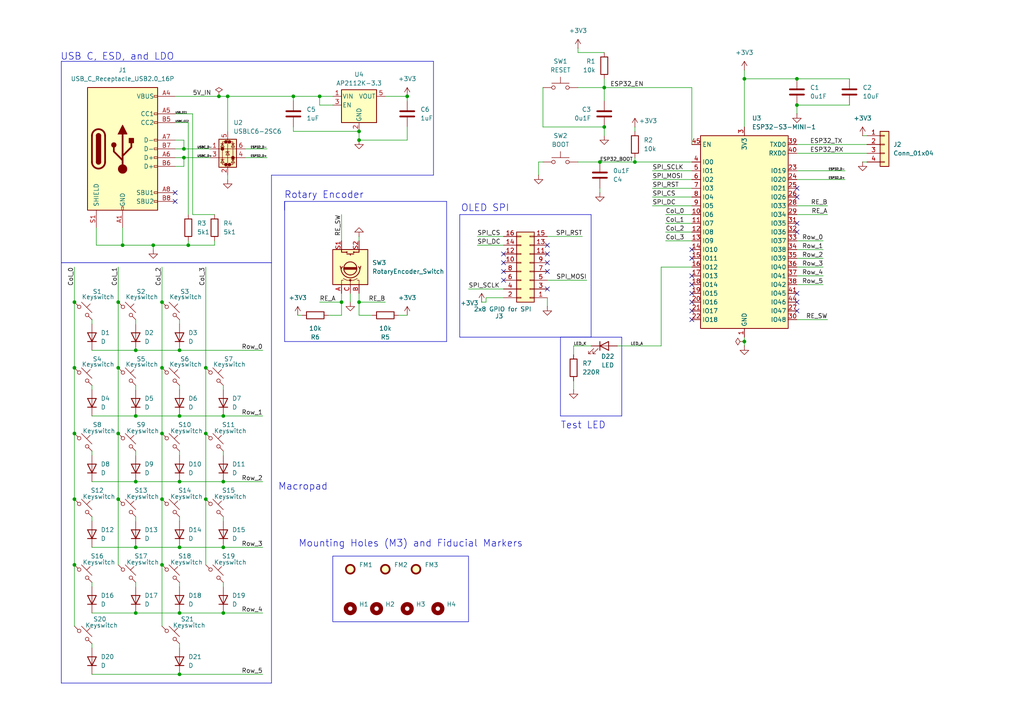
<source format=kicad_sch>
(kicad_sch (version 20231120) (generator "eeschema") (generator_version "8.0")
  (paper "A4")
  (title_block (title "Macropad V1"))
  (junction (at 46.99 163.83))
  (junction (at 44.45 71.12))
  (junction (at 34.29 144.78))
  (junction (at 46.99 125.73))
  (junction (at 39.37 120.65))
  (junction (at 104.14 38.1))
  (junction (at 59.69 106.68))
  (junction (at 231.14 22.86))
  (junction (at 63.5 27.94))
  (junction (at 173.99 46.99))
  (junction (at 52.07 177.8))
  (junction (at 85.09 27.94))
  (junction (at 215.9 22.86))
  (junction (at 21.59 144.78))
  (junction (at 184.15 46.99))
  (junction (at 104.14 40.64))
  (junction (at 64.77 120.65))
  (junction (at 52.07 139.7))
  (junction (at 64.77 177.8))
  (junction (at 215.9 99.06))
  (junction (at 39.37 177.8))
  (junction (at 231.14 30.48))
  (junction (at 59.69 125.73))
  (junction (at 21.59 163.83))
  (junction (at 59.69 144.78))
  (junction (at 39.37 101.6))
  (junction (at 175.26 25.4))
  (junction (at 34.29 125.73))
  (junction (at 39.37 139.7))
  (junction (at 99.06 87.63))
  (junction (at 92.71 27.94))
  (junction (at 35.56 71.12))
  (junction (at 21.59 87.63))
  (junction (at 34.29 87.63))
  (junction (at 104.14 87.63))
  (junction (at 39.37 158.75))
  (junction (at 34.29 106.68))
  (junction (at 46.99 106.68))
  (junction (at 53.34 43.18))
  (junction (at 52.07 195.58))
  (junction (at 52.07 158.75))
  (junction (at 54.61 71.12))
  (junction (at 53.34 45.72))
  (junction (at 21.59 125.73))
  (junction (at 46.99 144.78))
  (junction (at 52.07 120.65))
  (junction (at 46.99 87.63))
  (junction (at 52.07 101.6))
  (junction (at 21.59 106.68))
  (junction (at 175.26 36.83))
  (junction (at 66.04 27.94))
  (junction (at 64.77 158.75))
  (junction (at 118.11 27.94))
  (junction (at 64.77 139.7))
  (no_connect (at 50.8 55.88))
  (no_connect (at 231.14 64.77))
  (no_connect (at 146.05 81.28))
  (no_connect (at 146.05 73.66))
  (no_connect (at 200.66 90.17))
  (no_connect (at 158.75 73.66))
  (no_connect (at 231.14 54.61))
  (no_connect (at 231.14 87.63))
  (no_connect (at 200.66 80.01))
  (no_connect (at 231.14 57.15))
  (no_connect (at 200.66 82.55))
  (no_connect (at 200.66 72.39))
  (no_connect (at 146.05 76.2))
  (no_connect (at 200.66 74.93))
  (no_connect (at 200.66 85.09))
  (no_connect (at 158.75 78.74))
  (no_connect (at 50.8 58.42))
  (no_connect (at 146.05 78.74))
  (no_connect (at 200.66 92.71))
  (no_connect (at 158.75 71.12))
  (no_connect (at 200.66 87.63))
  (no_connect (at 231.14 90.17))
  (no_connect (at 231.14 67.31))
  (no_connect (at 158.75 83.82))
  (no_connect (at 158.75 76.2))
  (no_connect (at 231.14 85.09))
  (wire (pts (xy 26.67 186.69) (xy 26.67 187.96)))
  (polyline (pts (xy 133.35 62.23) (xy 133.35 97.79)))
  (wire (pts (xy 166.37 102.87) (xy 166.37 100.33)))
  (polyline (pts (xy 125.73 50.8) (xy 78.74 50.8)))
  (wire (pts (xy 107.95 91.44) (xy 104.14 91.44)))
  (wire (pts (xy 64.77 120.65) (xy 76.2 120.65)))
  (wire (pts (xy 189.23 59.69) (xy 200.66 59.69)))
  (wire (pts (xy 193.04 67.31) (xy 200.66 67.31)))
  (polyline (pts (xy 129.54 58.42) (xy 82.55 58.42)))
  (wire (pts (xy 34.29 77.47) (xy 34.29 87.63)))
  (wire (pts (xy 26.67 130.81) (xy 26.67 132.08)))
  (wire (pts (xy 99.06 91.44) (xy 99.06 87.63)))
  (wire (pts (xy 104.14 68.58) (xy 104.14 69.85)))
  (wire (pts (xy 46.99 163.83) (xy 46.99 181.61)))
  (wire (pts (xy 50.8 35.56) (xy 54.61 35.56)))
  (wire (pts (xy 238.76 77.47) (xy 231.14 77.47)))
  (wire (pts (xy 21.59 163.83) (xy 21.59 181.61)))
  (wire (pts (xy 55.88 33.02) (xy 55.88 62.23)))
  (wire (pts (xy 184.15 38.1) (xy 184.15 36.83)))
  (wire (pts (xy 167.64 15.24) (xy 167.64 13.97)))
  (wire (pts (xy 175.26 25.4) (xy 175.26 29.21)))
  (wire (pts (xy 166.37 110.49) (xy 166.37 113.03)))
  (wire (pts (xy 34.29 125.73) (xy 34.29 144.78)))
  (wire (pts (xy 39.37 101.6) (xy 52.07 101.6)))
  (wire (pts (xy 173.99 55.88) (xy 173.99 54.61)))
  (wire (pts (xy 95.25 91.44) (xy 99.06 91.44)))
  (wire (pts (xy 39.37 158.75) (xy 52.07 158.75)))
  (wire (pts (xy 64.77 139.7) (xy 76.2 139.7)))
  (wire (pts (xy 173.99 46.99) (xy 184.15 46.99)))
  (wire (pts (xy 179.07 100.33) (xy 191.77 100.33)))
  (wire (pts (xy 189.23 54.61) (xy 200.66 54.61)))
  (wire (pts (xy 92.71 30.48) (xy 92.71 27.94)))
  (wire (pts (xy 26.67 92.71) (xy 26.67 93.98)))
  (wire (pts (xy 138.43 68.58) (xy 146.05 68.58)))
  (wire (pts (xy 118.11 40.64) (xy 118.11 36.83)))
  (wire (pts (xy 158.75 68.58) (xy 168.91 68.58)))
  (wire (pts (xy 39.37 168.91) (xy 39.37 170.18)))
  (wire (pts (xy 118.11 27.94) (xy 118.11 29.21)))
  (wire (pts (xy 21.59 106.68) (xy 21.59 125.73)))
  (wire (pts (xy 26.67 168.91) (xy 26.67 170.18)))
  (wire (pts (xy 52.07 101.6) (xy 76.2 101.6)))
  (wire (pts (xy 35.56 66.04) (xy 35.56 71.12)))
  (wire (pts (xy 34.29 87.63) (xy 34.29 106.68)))
  (wire (pts (xy 53.34 45.72) (xy 60.96 45.72)))
  (polyline (pts (xy 17.78 17.78) (xy 125.73 17.78)))
  (wire (pts (xy 92.71 30.48) (xy 96.52 30.48)))
  (wire (pts (xy 240.03 92.71) (xy 231.14 92.71)))
  (wire (pts (xy 53.34 40.64) (xy 53.34 43.18)))
  (wire (pts (xy 135.89 83.82) (xy 146.05 83.82)))
  (wire (pts (xy 215.9 22.86) (xy 231.14 22.86)))
  (wire (pts (xy 157.48 46.99) (xy 156.21 46.99)))
  (wire (pts (xy 50.8 27.94) (xy 63.5 27.94)))
  (wire (pts (xy 34.29 144.78) (xy 34.29 163.83)))
  (wire (pts (xy 111.76 27.94) (xy 118.11 27.94)))
  (polyline (pts (xy 125.73 17.78) (xy 125.73 50.8)))
  (wire (pts (xy 238.76 72.39) (xy 231.14 72.39)))
  (wire (pts (xy 50.8 43.18) (xy 53.34 43.18)))
  (wire (pts (xy 52.07 168.91) (xy 52.07 170.18)))
  (wire (pts (xy 175.26 25.4) (xy 200.66 25.4)))
  (wire (pts (xy 101.6 85.09) (xy 101.6 87.63)))
  (wire (pts (xy 26.67 120.65) (xy 39.37 120.65)))
  (wire (pts (xy 52.07 139.7) (xy 64.77 139.7)))
  (wire (pts (xy 44.45 71.12) (xy 54.61 71.12)))
  (wire (pts (xy 157.48 25.4) (xy 157.48 36.83)))
  (wire (pts (xy 50.8 48.26) (xy 53.34 48.26)))
  (wire (pts (xy 39.37 139.7) (xy 52.07 139.7)))
  (wire (pts (xy 71.12 43.18) (xy 77.47 43.18)))
  (wire (pts (xy 46.99 87.63) (xy 46.99 106.68)))
  (polyline (pts (xy 82.55 99.06) (xy 129.54 99.06)))
  (wire (pts (xy 27.94 66.04) (xy 27.94 71.12)))
  (wire (pts (xy 52.07 195.58) (xy 76.2 195.58)))
  (wire (pts (xy 54.61 35.56) (xy 54.61 62.23)))
  (polyline (pts (xy 17.78 198.12) (xy 17.78 76.2)))
  (wire (pts (xy 215.9 99.06) (xy 215.9 97.79)))
  (wire (pts (xy 64.77 149.86) (xy 64.77 151.13)))
  (wire (pts (xy 52.07 120.65) (xy 64.77 120.65)))
  (wire (pts (xy 21.59 77.47) (xy 21.59 87.63)))
  (wire (pts (xy 64.77 158.75) (xy 76.2 158.75)))
  (wire (pts (xy 85.09 38.1) (xy 104.14 38.1)))
  (wire (pts (xy 46.99 144.78) (xy 46.99 163.83)))
  (wire (pts (xy 46.99 125.73) (xy 46.99 144.78)))
  (wire (pts (xy 55.88 62.23) (xy 62.23 62.23)))
  (wire (pts (xy 39.37 149.86) (xy 39.37 151.13)))
  (wire (pts (xy 66.04 50.8) (xy 66.04 52.07)))
  (wire (pts (xy 157.48 36.83) (xy 175.26 36.83)))
  (wire (pts (xy 53.34 43.18) (xy 60.96 43.18)))
  (wire (pts (xy 26.67 195.58) (xy 52.07 195.58)))
  (wire (pts (xy 245.11 52.07) (xy 231.14 52.07)))
  (polyline (pts (xy 162.56 120.65) (xy 162.56 97.79)))
  (wire (pts (xy 167.64 15.24) (xy 175.26 15.24)))
  (wire (pts (xy 99.06 85.09) (xy 99.06 87.63)))
  (wire (pts (xy 104.14 91.44) (xy 104.14 87.63)))
  (wire (pts (xy 64.77 168.91) (xy 64.77 170.18)))
  (wire (pts (xy 140.97 86.36) (xy 146.05 86.36)))
  (wire (pts (xy 99.06 62.23) (xy 99.06 69.85)))
  (wire (pts (xy 240.03 59.69) (xy 231.14 59.69)))
  (polyline (pts (xy 78.74 198.12) (xy 17.78 198.12)))
  (wire (pts (xy 44.45 71.12) (xy 44.45 72.39)))
  (wire (pts (xy 26.67 139.7) (xy 39.37 139.7)))
  (wire (pts (xy 39.37 130.81) (xy 39.37 132.08)))
  (polyline (pts (xy 78.74 76.2) (xy 17.78 76.2)))
  (wire (pts (xy 21.59 144.78) (xy 21.59 163.83)))
  (wire (pts (xy 184.15 46.99) (xy 200.66 46.99)))
  (wire (pts (xy 250.19 39.37) (xy 251.46 39.37)))
  (wire (pts (xy 26.67 101.6) (xy 39.37 101.6)))
  (wire (pts (xy 64.77 177.8) (xy 76.2 177.8)))
  (wire (pts (xy 193.04 69.85) (xy 200.66 69.85)))
  (wire (pts (xy 231.14 30.48) (xy 246.38 30.48)))
  (wire (pts (xy 189.23 57.15) (xy 200.66 57.15)))
  (wire (pts (xy 66.04 27.94) (xy 66.04 38.1)))
  (polyline (pts (xy 133.35 62.23) (xy 171.45 62.23)))
  (wire (pts (xy 26.67 158.75) (xy 39.37 158.75)))
  (wire (pts (xy 200.66 25.4) (xy 200.66 41.91)))
  (wire (pts (xy 39.37 177.8) (xy 52.07 177.8)))
  (wire (pts (xy 50.8 40.64) (xy 53.34 40.64)))
  (wire (pts (xy 50.8 45.72) (xy 53.34 45.72)))
  (wire (pts (xy 52.07 158.75) (xy 64.77 158.75)))
  (polyline (pts (xy 171.45 62.23) (xy 171.45 97.79)))
  (wire (pts (xy 104.14 85.09) (xy 104.14 87.63)))
  (wire (pts (xy 52.07 186.69) (xy 52.07 187.96)))
  (wire (pts (xy 138.43 71.12) (xy 146.05 71.12)))
  (wire (pts (xy 166.37 100.33) (xy 171.45 100.33)))
  (wire (pts (xy 191.77 100.33) (xy 191.77 77.47)))
  (polyline (pts (xy 82.55 58.42) (xy 82.55 99.06)))
  (wire (pts (xy 104.14 38.1) (xy 104.14 40.64)))
  (wire (pts (xy 193.04 62.23) (xy 200.66 62.23)))
  (wire (pts (xy 34.29 106.68) (xy 34.29 125.73)))
  (wire (pts (xy 26.67 111.76) (xy 26.67 113.03)))
  (wire (pts (xy 238.76 80.01) (xy 231.14 80.01)))
  (wire (pts (xy 64.77 111.76) (xy 64.77 113.03)))
  (polyline (pts (xy 78.74 76.2) (xy 78.74 198.12)))
  (wire (pts (xy 231.14 41.91) (xy 251.46 41.91)))
  (wire (pts (xy 59.69 106.68) (xy 59.69 125.73)))
  (wire (pts (xy 92.71 27.94) (xy 96.52 27.94)))
  (wire (pts (xy 175.26 25.4) (xy 175.26 22.86)))
  (wire (pts (xy 140.97 87.63) (xy 140.97 86.36)))
  (wire (pts (xy 238.76 69.85) (xy 231.14 69.85)))
  (wire (pts (xy 85.09 36.83) (xy 85.09 38.1)))
  (wire (pts (xy 191.77 77.47) (xy 200.66 77.47)))
  (wire (pts (xy 231.14 44.45) (xy 251.46 44.45)))
  (wire (pts (xy 46.99 106.68) (xy 46.99 125.73)))
  (wire (pts (xy 52.07 92.71) (xy 52.07 93.98)))
  (wire (pts (xy 184.15 45.72) (xy 184.15 46.99)))
  (wire (pts (xy 26.67 177.8) (xy 39.37 177.8)))
  (polyline (pts (xy 78.74 50.8) (xy 78.74 76.2)))
  (wire (pts (xy 158.75 86.36) (xy 158.75 88.9)))
  (wire (pts (xy 245.11 49.53) (xy 231.14 49.53)))
  (polyline (pts (xy 162.56 97.79) (xy 180.34 97.79)))
  (wire (pts (xy 52.07 111.76) (xy 52.07 113.03)))
  (wire (pts (xy 27.94 71.12) (xy 35.56 71.12)))
  (wire (pts (xy 62.23 69.85) (xy 62.23 71.12)))
  (polyline (pts (xy 82.55 58.42) (xy 82.55 60.96)))
  (wire (pts (xy 92.71 87.63) (xy 99.06 87.63)))
  (wire (pts (xy 62.23 71.12) (xy 54.61 71.12)))
  (wire (pts (xy 64.77 130.81) (xy 64.77 132.08)))
  (wire (pts (xy 52.07 149.86) (xy 52.07 151.13)))
  (wire (pts (xy 21.59 125.73) (xy 21.59 144.78)))
  (wire (pts (xy 215.9 36.83) (xy 215.9 22.86)))
  (wire (pts (xy 71.12 45.72) (xy 77.47 45.72)))
  (wire (pts (xy 53.34 48.26) (xy 53.34 45.72)))
  (wire (pts (xy 35.56 71.12) (xy 44.45 71.12)))
  (polyline (pts (xy 17.78 76.2) (xy 78.74 76.2)))
  (wire (pts (xy 63.5 27.94) (xy 66.04 27.94)))
  (wire (pts (xy 238.76 74.93) (xy 231.14 74.93)))
  (polyline (pts (xy 180.34 97.79) (xy 180.34 120.65)))
  (wire (pts (xy 240.03 62.23) (xy 231.14 62.23)))
  (wire (pts (xy 139.7 87.63) (xy 140.97 87.63)))
  (wire (pts (xy 39.37 92.71) (xy 39.37 93.98)))
  (wire (pts (xy 158.75 81.28) (xy 170.18 81.28)))
  (wire (pts (xy 193.04 64.77) (xy 200.66 64.77)))
  (wire (pts (xy 215.9 20.32) (xy 215.9 22.86)))
  (wire (pts (xy 54.61 69.85) (xy 54.61 71.12)))
  (wire (pts (xy 175.26 25.4) (xy 167.64 25.4)))
  (wire (pts (xy 21.59 87.63) (xy 21.59 106.68)))
  (wire (pts (xy 39.37 111.76) (xy 39.37 113.03)))
  (wire (pts (xy 52.07 177.8) (xy 64.77 177.8)))
  (wire (pts (xy 189.23 49.53) (xy 200.66 49.53)))
  (wire (pts (xy 189.23 52.07) (xy 200.66 52.07)))
  (wire (pts (xy 156.21 46.99) (xy 156.21 50.8)))
  (wire (pts (xy 231.14 30.48) (xy 231.14 33.02)))
  (wire (pts (xy 59.69 125.73) (xy 59.69 144.78)))
  (wire (pts (xy 52.07 130.81) (xy 52.07 132.08)))
  (wire (pts (xy 46.99 77.47) (xy 46.99 87.63)))
  (wire (pts (xy 85.09 29.21) (xy 85.09 27.94)))
  (wire (pts (xy 50.8 33.02) (xy 55.88 33.02)))
  (wire (pts (xy 104.14 87.63) (xy 111.76 87.63)))
  (wire (pts (xy 238.76 82.55) (xy 231.14 82.55)))
  (wire (pts (xy 85.09 27.94) (xy 92.71 27.94)))
  (polyline (pts (xy 17.78 76.2) (xy 17.78 17.78)))
  (wire (pts (xy 86.36 91.44) (xy 87.63 91.44)))
  (wire (pts (xy 39.37 120.65) (xy 52.07 120.65)))
  (wire (pts (xy 231.14 22.86) (xy 246.38 22.86)))
  (wire (pts (xy 167.64 46.99) (xy 173.99 46.99)))
  (polyline (pts (xy 180.34 120.65) (xy 162.56 120.65)))
  (wire (pts (xy 59.69 144.78) (xy 59.69 163.83)))
  (wire (pts (xy 115.57 91.44) (xy 118.11 91.44)))
  (wire (pts (xy 66.04 27.94) (xy 85.09 27.94)))
  (wire (pts (xy 104.14 40.64) (xy 118.11 40.64)))
  (polyline (pts (xy 171.45 97.79) (xy 133.35 97.79)))
  (polyline (pts (xy 129.54 99.06) (xy 129.54 58.42)))
  (wire (pts (xy 26.67 149.86) (xy 26.67 151.13)))
  (wire (pts (xy 215.9 100.33) (xy 215.9 99.06)))
  (wire (pts (xy 59.69 77.47) (xy 59.69 106.68)))
  (wire (pts (xy 250.19 46.99) (xy 251.46 46.99)))
  (wire (pts (xy 175.26 36.83) (xy 175.26 39.37)))
  (rectangle (start 96.52 161.29) (end 135.89 180.34))
  (text "Test LED\n" (at 169.164 123.444 0) (effects (font (size 2 2))))
  (text "Rotary Encoder\n" (at 93.98 56.642 0) (effects (font (size 2 2))))
  (text "Macropad\n" (at 87.884 141.224 0) (effects (font (size 2 2))))
  (text "Mounting Holes (M3) and Fiducial Markers\n" (at 119.126 157.734 0) (effects (font (size 2 2))))
  (text "OLED SPI" (at 140.716 60.452 0) (effects (font (size 2 2))))
  (text "USB C, ESD, and LDO" (at 34.036 16.51 0) (effects (font (size 2 2))))
  (label "Row_4" (at 238.76 80.01 180))
  (label "Col_0" (at 21.59 77.47 270))
  (label "SPI_RST" (at 189.23 54.61 0))
  (label "5V_IN" (at 55.88 27.94 0))
  (label "Col_1" (at 193.04 64.77 0))
  (label "SPI_MOSI" (at 189.23 52.07 0))
  (label "Row_0" (at 238.76 69.85 180))
  (label "LED_A" (at 182.88 100.33 0) (effects (font (size 0.8 0.8))))
  (label "Row_1" (at 76.2 120.65 180))
  (label "Col_2" (at 46.99 77.47 270))
  (label "RE_SW" (at 240.03 92.71 180))
  (label "USBC_D-" (at 57.15 43.18 0) (effects (font (size 0.6 0.6))))
  (label "Row_3" (at 238.76 77.47 180))
  (label "SPI_MOSI" (at 170.18 81.28 180))
  (label "Row_2" (at 238.76 74.93 180))
  (label "RE_A" (at 92.71 87.63 0))
  (label "Col_0" (at 193.04 62.23 0))
  (label "SPI_SCLK" (at 135.89 83.82 0))
  (label "USBC_D+" (at 57.15 45.72 0) (effects (font (size 0.6 0.6))))
  (label "SPI_SCLK" (at 189.23 49.53 0))
  (label "Row_5" (at 238.76 82.55 180))
  (label "RE_A" (at 240.03 62.23 180))
  (label "Col_3" (at 193.04 69.85 0))
  (label "Row_1" (at 238.76 72.39 180))
  (label "USBC_CC2" (at 50.8 35.56 0) (effects (font (size 0.5 0.5))))
  (label "SPI_CS" (at 189.23 57.15 0))
  (label "RE_SW" (at 99.06 62.23 270))
  (label "ESP32_D+" (at 245.11 52.07 180) (effects (font (size 0.6 0.6))))
  (label "ESP32_TX" (at 234.95 41.91 0))
  (label "ESP32_D+" (at 77.47 45.72 180) (effects (font (size 0.6 0.6))))
  (label "SPI_DC" (at 189.23 59.69 0))
  (label "RE_B" (at 111.76 87.63 180))
  (label "ESP32_RX" (at 234.95 44.45 0))
  (label "Col_1" (at 34.29 77.47 270))
  (label "LED_K" (at 166.37 100.33 0) (effects (font (size 0.8 0.8))))
  (label "SPI_DC" (at 138.43 71.12 0))
  (label "Col_2" (at 193.04 67.31 0))
  (label "Col_3" (at 59.69 77.47 270))
  (label "ESP32_D-" (at 245.11 49.53 180) (effects (font (size 0.6 0.6))))
  (label "ESP32_EN" (at 186.69 25.4 180))
  (label "ESP32_BOOT" (at 173.99 46.99 0) (effects (font (size 1 1))))
  (label "Row_3" (at 76.2 158.75 180))
  (label "RE_B" (at 240.03 59.69 180))
  (label "ESP32_D-" (at 77.47 43.18 180) (effects (font (size 0.6 0.6))))
  (label "Row_5" (at 76.2 195.58 180))
  (label "Row_0" (at 76.2 101.6 180))
  (label "USB_CC1" (at 50.8 33.02 0) (effects (font (size 0.5 0.5))))
  (label "SPI_RST" (at 168.91 68.58 180))
  (label "SPI_CS" (at 138.43 68.58 0))
  (label "Row_4" (at 76.2 177.8 180))
  (label "Row_2" (at 76.2 139.7 180))
  (symbol (lib_id "power:GND") (at 104.14 68.58 0) (mirror x) (unit 1)
    (property "Reference" "#PWR016" (effects (hide yes)))
    (property "Value" "GND" (effects (hide yes)))
    (property "Description" "Power symbol creates a global label with name \"GND\" , ground" (effects (hide yes)))
  )
  (symbol (lib_id "Mechanical:Fiducial") (at 120.65 165.1 0) (unit 1) (exclude_from_sim yes) (in_bom no)
    (property "Reference" "FM3" (at 123.19 163.8299 0) (effects (justify left)))
    (property "Value" "Fiducial" (effects (hide yes)))
    (property "Footprint" "Fiducial:Fiducial_1mm_Mask2mm" (effects (hide yes)))
    (property "Description" "Fiducial Marker" (effects (hide yes)))
  )
  (symbol (lib_id "Device:D") (at 26.67 173.99 90) (unit 1)
    (property "Reference" "D16" (at 29.21 172.7199 90) (effects (justify right)))
    (property "Value" "D" (at 29.21 175.2599 90) (effects (justify right)))
    (property "Footprint" "ScottoKeebs_Components:Diode_DO-35" (effects (hide yes)))
    (property "Description" "Diode" (effects (hide yes)))
    (property "Sim.Device" "D" (effects (hide yes)))
    (property "Sim.Pins" "1=K 2=A" (effects (hide yes)))
    (property "Distributor Link" "https://www.digikey.com/en/products/detail/onsemi/1N4148/458603" (effects (hide yes)))
    (property "Manufacturer" "onsemi" (effects (hide yes)))
    (property "Manufacturer Part Number" "1N4148" (effects (hide yes)))
  )
  (symbol (lib_id "Device:D") (at 52.07 116.84 90) (unit 1)
    (property "Reference" "D6" (at 54.61 115.5699 90) (effects (justify right)))
    (property "Value" "D" (at 54.61 118.1099 90) (effects (justify right)))
    (property "Footprint" "ScottoKeebs_Components:Diode_DO-35" (effects (hide yes)))
    (property "Description" "Diode" (effects (hide yes)))
    (property "Sim.Device" "D" (effects (hide yes)))
    (property "Sim.Pins" "1=K 2=A" (effects (hide yes)))
    (property "Distributor Link" "https://www.digikey.com/en/products/detail/onsemi/1N4148/458603" (effects (hide yes)))
    (property "Manufacturer" "onsemi" (effects (hide yes)))
    (property "Manufacturer Part Number" "1N4148" (effects (hide yes)))
  )
  (symbol (lib_id "ScottoKeebs:Placeholder_Keyswitch") (at 24.13 184.15 0) (unit 1)
    (property "Reference" "S20" (at 28.956 179.578 0))
    (property "Value" "Keyswitch" (at 29.464 181.356 0))
    (property "Footprint" "ScottoKeebs_Hotswap:Hotswap_MX_2.00u" (effects (hide yes)))
    (property "Description" "Push button switch, normally open, two pins, 45° tilted" (effects (hide yes)))
    (property "Distributor Link" "https://www.amazon.com/KPREPUBLIC-Princess-Tactile-Mechanical-Keyboard/dp/B0C53411RM?crid=30RRU0IBU0OZS&dib=eyJ2IjoiMSJ9.OoY_aIcXhmO6e7M4MZARfO6JZmj-WdiIuUod4RLpM1GGKvpOE9Fj4_tEijGCKhdSviaOSOF_6dpkZeeKAySrc6-WXLrNLUciMqTymXxmJZx0eE77XoxmwrRNZ18zp-8TImG1n0ywAW5gWFmrmAxQJg.viJDPPfI7-lpZ7fPGa_HvOZjrKo1wk6_HhhzCmMGkG0&dib_tag=se&keywords=mmd%2Bprincess%2Btactiles&qid=1732934008&sprefix=mmd%2Bprinc%2Caps%2C129&sr=8-1&th=1" (effects (hide yes)))
    (property "Manufacturer" "MMD" (effects (hide yes)))
    (property "Manufacturer Part Number" "MMD Princess Tactiles" (effects (hide yes)))
  )
  (symbol (lib_id "Device:D") (at 64.77 154.94 90) (unit 1)
    (property "Reference" "D15" (at 67.31 153.6699 90) (effects (justify right)))
    (property "Value" "D" (at 67.31 156.2099 90) (effects (justify right)))
    (property "Footprint" "ScottoKeebs_Components:Diode_DO-35" (effects (hide yes)))
    (property "Description" "Diode" (effects (hide yes)))
    (property "Sim.Device" "D" (effects (hide yes)))
    (property "Sim.Pins" "1=K 2=A" (effects (hide yes)))
    (property "Distributor Link" "https://www.digikey.com/en/products/detail/onsemi/1N4148/458603" (effects (hide yes)))
    (property "Manufacturer" "onsemi" (effects (hide yes)))
    (property "Manufacturer Part Number" "1N4148" (effects (hide yes)))
  )
  (symbol (lib_id "Device:R") (at 184.15 41.91 0) (unit 1)
    (property "Reference" "R2" (at 186.69 40.6399 0) (effects (justify left)))
    (property "Value" "10k" (at 186.69 43.1799 0) (effects (justify left)))
    (property "Footprint" "Resistor_SMD:R_0402_1005Metric" (effects (hide yes)))
    (property "Description" "Resistor" (effects (hide yes)))
    (property "Distributor Link" "https://www.digikey.com/en/products/detail/yageo/rc0603fr-0710kl/726880" (effects (hide yes)))
    (property "Manufacturer" "YAGEO" (effects (hide yes)))
    (property "Manufacturer Part Number" "RC0603FR-0710KL" (effects (hide yes)))
    (property "LCSC" "C98220" (effects (hide yes)))
  )
  (symbol (lib_id "Device:D") (at 64.77 116.84 90) (unit 1)
    (property "Reference" "D7" (at 67.31 115.5699 90) (effects (justify right)))
    (property "Value" "D" (at 67.31 118.1099 90) (effects (justify right)))
    (property "Footprint" "ScottoKeebs_Components:Diode_DO-35" (effects (hide yes)))
    (property "Description" "Diode" (effects (hide yes)))
    (property "Sim.Device" "D" (effects (hide yes)))
    (property "Sim.Pins" "1=K 2=A" (effects (hide yes)))
    (property "Distributor Link" "https://www.digikey.com/en/products/detail/onsemi/1N4148/458603" (effects (hide yes)))
    (property "Manufacturer" "onsemi" (effects (hide yes)))
    (property "Manufacturer Part Number" "1N4148" (effects (hide yes)))
  )
  (symbol (lib_id "power:GND") (at 44.45 72.39 0) (mirror y) (unit 1)
    (property "Reference" "#PWR010" (effects (hide yes)))
    (property "Value" "GND" (effects (hide yes)))
    (property "Description" "Power symbol creates a global label with name \"GND\" , ground" (effects (hide yes)))
  )
  (symbol (lib_id "Power_Protection:USBLC6-2SC6") (at 66.04 43.18 0) (unit 1)
    (property "Reference" "U2" (at 67.6911 35.56 0) (effects (justify left)))
    (property "Value" "USBLC6-2SC6" (at 67.6911 38.1 0) (effects (justify left)))
    (property "Footprint" "Package_TO_SOT_SMD:SOT-23-6" (effects (hide yes)))
    (property "Datasheet" "https://www.st.com/resource/en/datasheet/usblc6-2.pdf" (effects (hide yes)))
    (property "Description" "Very low capacitance ESD protection diode, 2 data-line, SOT-23-6" (effects (hide yes)))
    (property "Distributor Link" "https://www.digikey.com/en/products/detail/stmicroelectronics/USBLC6-2SC6/1040559" (effects (hide yes)))
    (property "Manufacturer" "STMicroelectronics" (effects (hide yes)))
    (property "Manufacturer Part Number" "USBLC6-2SC6" (effects (hide yes)))
    (property "LCSC" "C2827654" (effects (hide yes)))
  )
  (symbol (lib_id "Device:C") (at 85.09 33.02 0) (unit 1)
    (property "Reference" "C5" (at 88.9 31.7499 0) (effects (justify left)))
    (property "Value" "1uF" (at 88.9 34.2899 0) (effects (justify left)))
    (property "Footprint" "Capacitor_SMD:C_0805_2012Metric" (effects (hide yes)))
    (property "Description" "Unpolarized capacitor" (effects (hide yes)))
    (property "Distributor Link" "https://www.digikey.com/en/products/detail/nextgen-components/0805B105K100CC/18677039" (effects (hide yes)))
    (property "Manufacturer" "Aillen" (effects (hide yes)))
    (property "Manufacturer Part Number" "0805B105K500NT" (effects (hide yes)))
    (property "LCSC" "C215803" (effects (hide yes)))
  )
  (symbol (lib_id "Mechanical:MountingHole") (at 127 176.53 0) (unit 1) (exclude_from_sim yes) (in_bom no)
    (property "Reference" "H4" (at 129.54 175.2599 0) (effects (justify left)))
    (property "Value" "MountingHole" (effects (hide yes)))
    (property "Footprint" "MountingHole:MountingHole_2.2mm_M2" (effects (hide yes)))
    (property "Description" "Mounting Hole without connection" (effects (hide yes)))
  )
  (symbol (lib_id "ScottoKeebs:Placeholder_Keyswitch") (at 36.83 128.27 0) (unit 1)
    (property "Reference" "S9" (at 40.894 123.19 0))
    (property "Value" "Keyswitch" (at 41.402 124.968 0))
    (property "Footprint" "ScottoKeebs_Hotswap:Hotswap_MX_1.00u" (effects (hide yes)))
    (property "Description" "Push button switch, normally open, two pins, 45° tilted" (effects (hide yes)))
    (property "Distributor Link" "https://www.amazon.com/KPREPUBLIC-Princess-Tactile-Mechanical-Keyboard/dp/B0C53411RM?crid=30RRU0IBU0OZS&dib=eyJ2IjoiMSJ9.OoY_aIcXhmO6e7M4MZARfO6JZmj-WdiIuUod4RLpM1GGKvpOE9Fj4_tEijGCKhdSviaOSOF_6dpkZeeKAySrc6-WXLrNLUciMqTymXxmJZx0eE77XoxmwrRNZ18zp-8TImG1n0ywAW5gWFmrmAxQJg.viJDPPfI7-lpZ7fPGa_HvOZjrKo1wk6_HhhzCmMGkG0&dib_tag=se&keywords=mmd%2Bprincess%2Btactiles&qid=1732934008&sprefix=mmd%2Bprinc%2Caps%2C129&sr=8-1&th=1" (effects (hide yes)))
    (property "Manufacturer" "MMD" (effects (hide yes)))
    (property "Manufacturer Part Number" "MMD Princess Tactiles" (effects (hide yes)))
  )
  (symbol (lib_id "Switch:SW_Push") (at 162.56 25.4 0) (mirror y) (unit 1)
    (property "Reference" "SW1" (at 162.56 17.78 0))
    (property "Value" "RESET" (at 162.56 20.32 0))
    (property "Footprint" "Button_Switch_SMD:SW_SPST_PTS647_Sx50" (effects (hide yes)))
    (property "Description" "Push button switch, generic, two pins" (effects (hide yes)))
    (property "Distributor Link" "https://www.digikey.com/en/products/detail/c-k/PTS647SN50SMTR2-LFS/9649857" (effects (hide yes)))
    (property "Manufacturer" "C&K" (effects (hide yes)))
    (property "Manufacturer Part Number" "PTS647SN50SMTR2 LFS" (effects (hide yes)))
    (property "LCSC" "C2799414" (effects (hide yes)))
  )
  (symbol (lib_id "Device:D") (at 52.07 173.99 90) (unit 1)
    (property "Reference" "D18" (at 54.61 172.7199 90) (effects (justify right)))
    (property "Value" "D" (at 54.61 175.2599 90) (effects (justify right)))
    (property "Footprint" "ScottoKeebs_Components:Diode_DO-35" (effects (hide yes)))
    (property "Description" "Diode" (effects (hide yes)))
    (property "Sim.Device" "D" (effects (hide yes)))
    (property "Sim.Pins" "1=K 2=A" (effects (hide yes)))
    (property "Distributor Link" "https://www.digikey.com/en/products/detail/onsemi/1N4148/458603" (effects (hide yes)))
    (property "Manufacturer" "onsemi" (effects (hide yes)))
    (property "Manufacturer Part Number" "1N4148" (effects (hide yes)))
  )
  (symbol (lib_id "Device:R") (at 111.76 91.44 90) (mirror x) (unit 1)
    (property "Reference" "R5" (at 111.76 97.79 90))
    (property "Value" "10k" (at 111.76 95.25 90))
    (property "Footprint" "Resistor_SMD:R_0402_1005Metric" (effects (hide yes)))
    (property "Description" "Resistor" (effects (hide yes)))
    (property "Distributor Link" "https://www.digikey.com/en/products/detail/yageo/rc0603fr-0710kl/726880" (effects (hide yes)))
    (property "Manufacturer" "YAGEO" (effects (hide yes)))
    (property "Manufacturer Part Number" "RC0603FR-0710KL" (effects (hide yes)))
    (property "LCSC" "C98220" (effects (hide yes)))
  )
  (symbol (lib_id "power:GND") (at 158.75 88.9 0) (mirror y) (unit 1)
    (property "Reference" "#PWR013" (effects (hide yes)))
    (property "Value" "GND" (effects (hide yes)))
    (property "Description" "Power symbol creates a global label with name \"GND\" , ground" (effects (hide yes)))
  )
  (symbol (lib_id "power:+3V3") (at 118.11 27.94 0) (unit 1)
    (property "Reference" "#PWR012" (effects (hide yes)))
    (property "Value" "+3V3" (at 118.11 22.86 0))
    (property "Description" "Power symbol creates a global label with name \"+3V3\"" (effects (hide yes)))
  )
  (symbol (lib_id "Device:LED") (at 175.26 100.33 0) (unit 1)
    (property "Reference" "D22" (at 176.276 103.378 0))
    (property "Value" "LED" (at 176.276 105.918 0))
    (property "Footprint" "LED_SMD:LED_0402_1005Metric" (effects (hide yes)))
    (property "Description" "Light emitting diode" (effects (hide yes)))
    (property "Distributor Link" "https://www.digikey.com/en/products/detail/w%C3%BCrth-elektronik/150040rs73240/8557156" (effects (hide yes)))
    (property "Manufacturer" "Würth Elektronik" (effects (hide yes)))
    (property "Manufacturer Part Number" "150040RS73240" (effects (hide yes)))
    (property "LCSC" "C2984137" (effects (hide yes)))
  )
  (symbol (lib_id "Device:D") (at 39.37 97.79 90) (unit 1)
    (property "Reference" "D2" (at 41.91 96.5199 90) (effects (justify right)))
    (property "Value" "D" (at 41.91 99.0599 90) (effects (justify right)))
    (property "Footprint" "ScottoKeebs_Components:Diode_DO-35" (effects (hide yes)))
    (property "Description" "Diode" (effects (hide yes)))
    (property "Sim.Device" "D" (effects (hide yes)))
    (property "Sim.Pins" "1=K 2=A" (effects (hide yes)))
    (property "Distributor Link" "https://www.digikey.com/en/products/detail/onsemi/1N4148/458603" (effects (hide yes)))
    (property "Manufacturer" "onsemi" (effects (hide yes)))
    (property "Manufacturer Part Number" "1N4148" (effects (hide yes)))
  )
  (symbol (lib_id "power:GND") (at 215.9 100.33 0) (mirror y) (unit 1)
    (property "Reference" "#PWR01" (effects (hide yes)))
    (property "Value" "GND" (effects (hide yes)))
    (property "Description" "Power symbol creates a global label with name \"GND\" , ground" (effects (hide yes)))
  )
  (symbol (lib_id "ScottoKeebs:Placeholder_Keyswitch") (at 24.13 90.17 0) (unit 1)
    (property "Reference" "S1" (at 28.194 84.582 0))
    (property "Value" "Keyswitch" (at 28.448 86.106 0))
    (property "Footprint" "ScottoKeebs_Hotswap:Hotswap_MX_1.00u" (effects (hide yes)))
    (property "Description" "Push button switch, normally open, two pins, 45° tilted" (effects (hide yes)))
    (property "Distributor Link" "https://www.amazon.com/KPREPUBLIC-Princess-Tactile-Mechanical-Keyboard/dp/B0C53411RM?crid=30RRU0IBU0OZS&dib=eyJ2IjoiMSJ9.OoY_aIcXhmO6e7M4MZARfO6JZmj-WdiIuUod4RLpM1GGKvpOE9Fj4_tEijGCKhdSviaOSOF_6dpkZeeKAySrc6-WXLrNLUciMqTymXxmJZx0eE77XoxmwrRNZ18zp-8TImG1n0ywAW5gWFmrmAxQJg.viJDPPfI7-lpZ7fPGa_HvOZjrKo1wk6_HhhzCmMGkG0&dib_tag=se&keywords=mmd%2Bprincess%2Btactiles&qid=1732934008&sprefix=mmd%2Bprinc%2Caps%2C129&sr=8-1&th=1" (effects (hide yes)))
    (property "Manufacturer" "MMD" (effects (hide yes)))
    (property "Manufacturer Part Number" "MMD Princess Tactiles" (effects (hide yes)))
  )
  (symbol (lib_id "power:PWR_FLAG") (at 63.5 27.94 0) (unit 1)
    (property "Reference" "#FLG01" (effects (hide yes)))
    (property "Value" "PWR_FLAG" (effects (hide yes)))
    (property "Description" "Special symbol for telling ERC where power comes from" (effects (hide yes)))
  )
  (symbol (lib_id "power:GND") (at 104.14 40.64 0) (mirror y) (unit 1)
    (property "Reference" "#PWR011" (effects (hide yes)))
    (property "Value" "GND" (effects (hide yes)))
    (property "Description" "Power symbol creates a global label with name \"GND\" , ground" (effects (hide yes)))
  )
  (symbol (lib_id "power:GND") (at 166.37 113.03 0) (mirror y) (unit 1)
    (property "Reference" "#PWR019" (effects (hide yes)))
    (property "Value" "GND" (effects (hide yes)))
    (property "Description" "Power symbol creates a global label with name \"GND\" , ground" (effects (hide yes)))
  )
  (symbol (lib_id "Device:C") (at 246.38 26.67 0) (unit 1)
    (property "Reference" "C2" (at 250.19 25.3999 0) (effects (justify left)))
    (property "Value" "10uF" (at 250.19 27.9399 0) (effects (justify left)))
    (property "Footprint" "Capacitor_SMD:C_0805_2012Metric" (effects (hide yes)))
    (property "Description" "Unpolarized capacitor" (effects (hide yes)))
    (property "Distributor Link" "https://www.digikey.com/en/products/detail/murata-electronics/GRM21BR61C106KE15K/2546903" (effects (hide yes)))
    (property "Manufacturer" "Murata Electronics" (effects (hide yes)))
    (property "Manufacturer Part Number" "GRM21BR61C106KE15K" (effects (hide yes)))
    (property "LCSC" "C408141" (effects (hide yes)))
  )
  (symbol (lib_id "Device:D") (at 39.37 154.94 90) (unit 1)
    (property "Reference" "D13" (at 41.91 153.6699 90) (effects (justify right)))
    (property "Value" "D" (at 41.91 156.2099 90) (effects (justify right)))
    (property "Footprint" "ScottoKeebs_Components:Diode_DO-35" (effects (hide yes)))
    (property "Description" "Diode" (effects (hide yes)))
    (property "Sim.Device" "D" (effects (hide yes)))
    (property "Sim.Pins" "1=K 2=A" (effects (hide yes)))
    (property "Distributor Link" "https://www.digikey.com/en/products/detail/onsemi/1N4148/458603" (effects (hide yes)))
    (property "Manufacturer" "onsemi" (effects (hide yes)))
    (property "Manufacturer Part Number" "1N4148" (effects (hide yes)))
  )
  (symbol (lib_id "RF_Module:ESP32-S3-MINI-1") (at 215.9 67.31 0) (unit 1)
    (property "Reference" "U3" (at 218.0941 34.29 0) (effects (justify left)))
    (property "Value" "ESP32-S3-MINI-1" (at 218.0941 36.83 0) (effects (justify left)))
    (property "Footprint" "RF_Module:ESP32-S2-MINI-1" (effects (hide yes)))
    (property "Datasheet" "https://www.espressif.com/sites/default/files/documentation/esp32-s3-mini-1_mini-1u_datasheet_en.pdf" (effects (hide yes)))
    (property "Description" "RF Module, ESP32-S3 SoC, Wi-Fi 802.11b/g/n, Bluetooth, BLE, 32-bit, 3.3V, SMD, onboard antenna" (effects (hide yes)))
    (property "LCSC" "C2913206" (effects (hide yes)))
    (property "Manufacturer" "Espressif Systems" (effects (hide yes)))
    (property "Manufacturer Part Number" "ESP32-S3-MINI-1-N8" (effects (hide yes)))
  )
  (symbol (lib_id "Regulator_Linear:AP2112K-3.3") (at 104.14 30.48 0) (unit 1)
    (property "Reference" "U4" (at 104.14 21.59 0))
    (property "Value" "AP2112K-3.3" (at 104.14 24.13 0))
    (property "Footprint" "Package_TO_SOT_SMD:SOT-23-5" (effects (hide yes)))
    (property "Datasheet" "https://www.diodes.com/assets/Datasheets/AP2112.pdf" (effects (hide yes)))
    (property "Description" "600mA low dropout linear regulator, with enable pin, 3.8V-6V input voltage range, 3.3V fixed positive output, SOT-23-5" (effects (hide yes)))
    (property "Distributor Link" "https://www.digikey.com/en/products/detail/diodes-incorporated/AP2112K-3-3TRG1/4470746" (effects (hide yes)))
    (property "Manufacturer" "Diodes Incorporated" (effects (hide yes)))
    (property "Manufacturer Part Number" "AP2112K-3.3TRG1" (effects (hide yes)))
    (property "LCSC" "C51118" (effects (hide yes)))
  )
  (symbol (lib_id "Device:R") (at 54.61 66.04 0) (unit 1)
    (property "Reference" "R3" (at 57.15 64.7699 0) (effects (justify left)))
    (property "Value" "5k1" (at 57.15 67.3099 0) (effects (justify left)))
    (property "Footprint" "Resistor_SMD:R_0402_1005Metric" (effects (hide yes)))
    (property "Description" "Resistor" (effects (hide yes)))
    (property "Distributor Link" "https://www.digikey.com/en/products/detail/yageo/rc0603fr-075k1l/727268" (effects (hide yes)))
    (property "Manufacturer" "YAGEO" (effects (hide yes)))
    (property "Manufacturer Part Number" "RC0603FR-075K1L" (effects (hide yes)))
    (property "LCSC" "C105580" (effects (hide yes)))
  )
  (symbol (lib_id "ScottoKeebs:Placeholder_Keyswitch") (at 49.53 128.27 0) (unit 1)
    (property "Reference" "S10" (at 53.594 123.19 0))
    (property "Value" "Keyswitch" (at 54.102 124.968 0))
    (property "Footprint" "ScottoKeebs_Hotswap:Hotswap_MX_1.00u" (effects (hide yes)))
    (property "Description" "Push button switch, normally open, two pins, 45° tilted" (effects (hide yes)))
    (property "Distributor Link" "https://www.amazon.com/KPREPUBLIC-Princess-Tactile-Mechanical-Keyboard/dp/B0C53411RM?crid=30RRU0IBU0OZS&dib=eyJ2IjoiMSJ9.OoY_aIcXhmO6e7M4MZARfO6JZmj-WdiIuUod4RLpM1GGKvpOE9Fj4_tEijGCKhdSviaOSOF_6dpkZeeKAySrc6-WXLrNLUciMqTymXxmJZx0eE77XoxmwrRNZ18zp-8TImG1n0ywAW5gWFmrmAxQJg.viJDPPfI7-lpZ7fPGa_HvOZjrKo1wk6_HhhzCmMGkG0&dib_tag=se&keywords=mmd%2Bprincess%2Btactiles&qid=1732934008&sprefix=mmd%2Bprinc%2Caps%2C129&sr=8-1&th=1" (effects (hide yes)))
    (property "Manufacturer" "MMD" (effects (hide yes)))
    (property "Manufacturer Part Number" "MMD Princess Tactiles" (effects (hide yes)))
  )
  (symbol (lib_id "ScottoKeebs:Placeholder_Keyswitch") (at 49.53 166.37 0) (unit 1)
    (property "Reference" "S18" (at 53.594 161.29 0))
    (property "Value" "Keyswitch" (at 54.102 163.068 0))
    (property "Footprint" "ScottoKeebs_Hotswap:Hotswap_MX_1.00u" (effects (hide yes)))
    (property "Description" "Push button switch, normally open, two pins, 45° tilted" (effects (hide yes)))
    (property "Distributor Link" "https://www.amazon.com/KPREPUBLIC-Princess-Tactile-Mechanical-Keyboard/dp/B0C53411RM?crid=30RRU0IBU0OZS&dib=eyJ2IjoiMSJ9.OoY_aIcXhmO6e7M4MZARfO6JZmj-WdiIuUod4RLpM1GGKvpOE9Fj4_tEijGCKhdSviaOSOF_6dpkZeeKAySrc6-WXLrNLUciMqTymXxmJZx0eE77XoxmwrRNZ18zp-8TImG1n0ywAW5gWFmrmAxQJg.viJDPPfI7-lpZ7fPGa_HvOZjrKo1wk6_HhhzCmMGkG0&dib_tag=se&keywords=mmd%2Bprincess%2Btactiles&qid=1732934008&sprefix=mmd%2Bprinc%2Caps%2C129&sr=8-1&th=1" (effects (hide yes)))
    (property "Manufacturer" "MMD" (effects (hide yes)))
    (property "Manufacturer Part Number" "MMD Princess Tactiles" (effects (hide yes)))
  )
  (symbol (lib_id "power:GND") (at 175.26 39.37 0) (mirror y) (unit 1)
    (property "Reference" "#PWR03" (effects (hide yes)))
    (property "Value" "GND" (effects (hide yes)))
    (property "Description" "Power symbol creates a global label with name \"GND\" , ground" (effects (hide yes)))
  )
  (symbol (lib_id "Device:D") (at 26.67 135.89 90) (unit 1)
    (property "Reference" "D8" (at 29.21 134.6199 90) (effects (justify right)))
    (property "Value" "D" (at 29.21 137.1599 90) (effects (justify right)))
    (property "Footprint" "ScottoKeebs_Components:Diode_DO-35" (effects (hide yes)))
    (property "Description" "Diode" (effects (hide yes)))
    (property "Sim.Device" "D" (effects (hide yes)))
    (property "Sim.Pins" "1=K 2=A" (effects (hide yes)))
    (property "Distributor Link" "https://www.digikey.com/en/products/detail/onsemi/1N4148/458603" (effects (hide yes)))
    (property "Manufacturer" "onsemi" (effects (hide yes)))
    (property "Manufacturer Part Number" "1N4148" (effects (hide yes)))
  )
  (symbol (lib_id "Mechanical:MountingHole") (at 118.11 176.53 0) (unit 1) (exclude_from_sim yes) (in_bom no)
    (property "Reference" "H3" (at 120.65 175.2599 0) (effects (justify left)))
    (property "Value" "MountingHole" (effects (hide yes)))
    (property "Footprint" "MountingHole:MountingHole_2.2mm_M2" (effects (hide yes)))
    (property "Description" "Mounting Hole without connection" (effects (hide yes)))
  )
  (symbol (lib_id "power:+3V3") (at 139.7 87.63 0) (unit 1)
    (property "Reference" "#PWR014" (effects (hide yes)))
    (property "Value" "+3V3" (at 136.144 87.884 0))
    (property "Description" "Power symbol creates a global label with name \"+3V3\"" (effects (hide yes)))
  )
  (symbol (lib_id "Device:D") (at 26.67 191.77 90) (unit 1)
    (property "Reference" "D20" (at 29.21 190.4999 90) (effects (justify right)))
    (property "Value" "D" (at 29.21 193.0399 90) (effects (justify right)))
    (property "Footprint" "ScottoKeebs_Components:Diode_DO-35" (effects (hide yes)))
    (property "Description" "Diode" (effects (hide yes)))
    (property "Sim.Device" "D" (effects (hide yes)))
    (property "Sim.Pins" "1=K 2=A" (effects (hide yes)))
    (property "Distributor Link" "https://www.digikey.com/en/products/detail/onsemi/1N4148/458603" (effects (hide yes)))
    (property "Manufacturer" "onsemi" (effects (hide yes)))
    (property "Manufacturer Part Number" "1N4148" (effects (hide yes)))
  )
  (symbol (lib_id "Device:D") (at 64.77 173.99 90) (unit 1)
    (property "Reference" "D19" (at 67.31 172.7199 90) (effects (justify right)))
    (property "Value" "D" (at 67.31 175.2599 90) (effects (justify right)))
    (property "Footprint" "ScottoKeebs_Components:Diode_DO-35" (effects (hide yes)))
    (property "Description" "Diode" (effects (hide yes)))
    (property "Sim.Device" "D" (effects (hide yes)))
    (property "Sim.Pins" "1=K 2=A" (effects (hide yes)))
    (property "Distributor Link" "https://www.digikey.com/en/products/detail/onsemi/1N4148/458603" (effects (hide yes)))
    (property "Manufacturer" "onsemi" (effects (hide yes)))
    (property "Manufacturer Part Number" "1N4148" (effects (hide yes)))
  )
  (symbol (lib_id "Device:R") (at 62.23 66.04 0) (unit 1)
    (property "Reference" "R4" (at 64.77 64.7699 0) (effects (justify left)))
    (property "Value" "5k1" (at 64.77 67.3099 0) (effects (justify left)))
    (property "Footprint" "Resistor_SMD:R_0402_1005Metric" (effects (hide yes)))
    (property "Description" "Resistor" (effects (hide yes)))
    (property "Distributor Link" "https://www.digikey.com/en/products/detail/yageo/rc0603fr-075k1l/727268" (effects (hide yes)))
    (property "Manufacturer" "YAGEO" (effects (hide yes)))
    (property "Manufacturer Part Number" "RC0603FR-075K1L" (effects (hide yes)))
    (property "LCSC" "C105580" (effects (hide yes)))
  )
  (symbol (lib_id "power:+3V3") (at 215.9 20.32 0) (unit 1)
    (property "Reference" "#PWR06" (effects (hide yes)))
    (property "Value" "+3V3" (at 215.9 15.24 0))
    (property "Description" "Power symbol creates a global label with name \"+3V3\"" (effects (hide yes)))
  )
  (symbol (lib_id "Device:D") (at 64.77 135.89 90) (unit 1)
    (property "Reference" "D11" (at 67.31 134.6199 90) (effects (justify right)))
    (property "Value" "D" (at 67.31 137.1599 90) (effects (justify right)))
    (property "Footprint" "ScottoKeebs_Components:Diode_DO-35" (effects (hide yes)))
    (property "Description" "Diode" (effects (hide yes)))
    (property "Sim.Device" "D" (effects (hide yes)))
    (property "Sim.Pins" "1=K 2=A" (effects (hide yes)))
    (property "Distributor Link" "https://www.digikey.com/en/products/detail/onsemi/1N4148/458603" (effects (hide yes)))
    (property "Manufacturer" "onsemi" (effects (hide yes)))
    (property "Manufacturer Part Number" "1N4148" (effects (hide yes)))
  )
  (symbol (lib_id "power:GND") (at 66.04 52.07 0) (mirror y) (unit 1)
    (property "Reference" "#PWR09" (effects (hide yes)))
    (property "Value" "GND" (effects (hide yes)))
    (property "Description" "Power symbol creates a global label with name \"GND\" , ground" (effects (hide yes)))
  )
  (symbol (lib_id "Device:R") (at 166.37 106.68 0) (unit 1)
    (property "Reference" "R7" (at 168.91 105.4099 0) (effects (justify left)))
    (property "Value" "220R" (at 168.91 107.9499 0) (effects (justify left)))
    (property "Footprint" "Resistor_SMD:R_0402_1005Metric" (effects (hide yes)))
    (property "Description" "Resistor" (effects (hide yes)))
    (property "Distributor Link" "https://www.digikey.com/en/products/detail/yageo/rc0402fr-07221rl/2827610" (effects (hide yes)))
    (property "Manufacturer" "YAGEO" (effects (hide yes)))
    (property "Manufacturer Part Number" "RC0402FR-07221RL" (effects (hide yes)))
    (property "LCSC" "C185440" (effects (hide yes)))
  )
  (symbol (lib_id "ScottoKeebs:Placeholder_Keyswitch") (at 62.23 147.32 0) (unit 1)
    (property "Reference" "S15" (at 66.294 142.24 0))
    (property "Value" "Keyswitch" (at 66.802 144.018 0))
    (property "Footprint" "ScottoKeebs_Hotswap:Hotswap_MX_1.00u" (effects (hide yes)))
    (property "Description" "Push button switch, normally open, two pins, 45° tilted" (effects (hide yes)))
    (property "Distributor Link" "https://www.amazon.com/KPREPUBLIC-Princess-Tactile-Mechanical-Keyboard/dp/B0C53411RM?crid=30RRU0IBU0OZS&dib=eyJ2IjoiMSJ9.OoY_aIcXhmO6e7M4MZARfO6JZmj-WdiIuUod4RLpM1GGKvpOE9Fj4_tEijGCKhdSviaOSOF_6dpkZeeKAySrc6-WXLrNLUciMqTymXxmJZx0eE77XoxmwrRNZ18zp-8TImG1n0ywAW5gWFmrmAxQJg.viJDPPfI7-lpZ7fPGa_HvOZjrKo1wk6_HhhzCmMGkG0&dib_tag=se&keywords=mmd%2Bprincess%2Btactiles&qid=1732934008&sprefix=mmd%2Bprinc%2Caps%2C129&sr=8-1&th=1" (effects (hide yes)))
    (property "Manufacturer" "MMD" (effects (hide yes)))
    (property "Manufacturer Part Number" "MMD Princess Tactiles" (effects (hide yes)))
  )
  (symbol (lib_id "Device:D") (at 39.37 173.99 90) (unit 1)
    (property "Reference" "D17" (at 41.91 172.7199 90) (effects (justify right)))
    (property "Value" "D" (at 41.91 175.2599 90) (effects (justify right)))
    (property "Footprint" "ScottoKeebs_Components:Diode_DO-35" (effects (hide yes)))
    (property "Description" "Diode" (effects (hide yes)))
    (property "Sim.Device" "D" (effects (hide yes)))
    (property "Sim.Pins" "1=K 2=A" (effects (hide yes)))
    (property "Distributor Link" "https://www.digikey.com/en/products/detail/onsemi/1N4148/458603" (effects (hide yes)))
    (property "Manufacturer" "onsemi" (effects (hide yes)))
    (property "Manufacturer Part Number" "1N4148" (effects (hide yes)))
  )
  (symbol (lib_id "power:+3V3") (at 184.15 36.83 0) (unit 1)
    (property "Reference" "#PWR08" (effects (hide yes)))
    (property "Value" "+3V3" (at 187.96 35.052 0))
    (property "Description" "Power symbol creates a global label with name \"+3V3\"" (effects (hide yes)))
  )
  (symbol (lib_id "ScottoKeebs:Placeholder_Keyswitch") (at 49.53 147.32 0) (unit 1)
    (property "Reference" "S14" (at 53.594 142.24 0))
    (property "Value" "Keyswitch" (at 54.102 144.018 0))
    (property "Footprint" "ScottoKeebs_Hotswap:Hotswap_MX_1.00u" (effects (hide yes)))
    (property "Description" "Push button switch, normally open, two pins, 45° tilted" (effects (hide yes)))
    (property "Distributor Link" "https://www.amazon.com/KPREPUBLIC-Princess-Tactile-Mechanical-Keyboard/dp/B0C53411RM?crid=30RRU0IBU0OZS&dib=eyJ2IjoiMSJ9.OoY_aIcXhmO6e7M4MZARfO6JZmj-WdiIuUod4RLpM1GGKvpOE9Fj4_tEijGCKhdSviaOSOF_6dpkZeeKAySrc6-WXLrNLUciMqTymXxmJZx0eE77XoxmwrRNZ18zp-8TImG1n0ywAW5gWFmrmAxQJg.viJDPPfI7-lpZ7fPGa_HvOZjrKo1wk6_HhhzCmMGkG0&dib_tag=se&keywords=mmd%2Bprincess%2Btactiles&qid=1732934008&sprefix=mmd%2Bprinc%2Caps%2C129&sr=8-1&th=1" (effects (hide yes)))
    (property "Manufacturer" "MMD" (effects (hide yes)))
    (property "Manufacturer Part Number" "MMD Princess Tactiles" (effects (hide yes)))
  )
  (symbol (lib_id "Device:D") (at 26.67 116.84 90) (unit 1)
    (property "Reference" "D4" (at 29.21 115.5699 90) (effects (justify right)))
    (property "Value" "D" (at 29.21 118.1099 90) (effects (justify right)))
    (property "Footprint" "ScottoKeebs_Components:Diode_DO-35" (effects (hide yes)))
    (property "Description" "Diode" (effects (hide yes)))
    (property "Sim.Device" "D" (effects (hide yes)))
    (property "Sim.Pins" "1=K 2=A" (effects (hide yes)))
    (property "Distributor Link" "https://www.digikey.com/en/products/detail/onsemi/1N4148/458603" (effects (hide yes)))
    (property "Manufacturer" "onsemi" (effects (hide yes)))
    (property "Manufacturer Part Number" "1N4148" (effects (hide yes)))
  )
  (symbol (lib_id "ScottoKeebs:Placeholder_Keyswitch") (at 24.13 128.27 0) (unit 1)
    (property "Reference" "S8" (at 28.194 123.19 0))
    (property "Value" "Keyswitch" (at 28.702 124.968 0))
    (property "Footprint" "ScottoKeebs_Hotswap:Hotswap_MX_1.00u" (effects (hide yes)))
    (property "Description" "Push button switch, normally open, two pins, 45° tilted" (effects (hide yes)))
    (property "Distributor Link" "https://www.amazon.com/KPREPUBLIC-Princess-Tactile-Mechanical-Keyboard/dp/B0C53411RM?crid=30RRU0IBU0OZS&dib=eyJ2IjoiMSJ9.OoY_aIcXhmO6e7M4MZARfO6JZmj-WdiIuUod4RLpM1GGKvpOE9Fj4_tEijGCKhdSviaOSOF_6dpkZeeKAySrc6-WXLrNLUciMqTymXxmJZx0eE77XoxmwrRNZ18zp-8TImG1n0ywAW5gWFmrmAxQJg.viJDPPfI7-lpZ7fPGa_HvOZjrKo1wk6_HhhzCmMGkG0&dib_tag=se&keywords=mmd%2Bprincess%2Btactiles&qid=1732934008&sprefix=mmd%2Bprinc%2Caps%2C129&sr=8-1&th=1" (effects (hide yes)))
    (property "Manufacturer" "MMD" (effects (hide yes)))
    (property "Manufacturer Part Number" "MMD Princess Tactiles" (effects (hide yes)))
  )
  (symbol (lib_id "power:+3V3") (at 250.19 39.37 0) (unit 1)
    (property "Reference" "#PWR020" (effects (hide yes)))
    (property "Value" "+3V3" (at 250.19 34.29 0))
    (property "Description" "Power symbol creates a global label with name \"+3V3\"" (effects (hide yes)))
  )
  (symbol (lib_id "Device:D") (at 52.07 191.77 90) (unit 1)
    (property "Reference" "D21" (at 54.61 190.4999 90) (effects (justify right)))
    (property "Value" "D" (at 54.61 193.0399 90) (effects (justify right)))
    (property "Footprint" "ScottoKeebs_Components:Diode_DO-35" (effects (hide yes)))
    (property "Description" "Diode" (effects (hide yes)))
    (property "Sim.Device" "D" (effects (hide yes)))
    (property "Sim.Pins" "1=K 2=A" (effects (hide yes)))
    (property "Distributor Link" "https://www.digikey.com/en/products/detail/onsemi/1N4148/458603" (effects (hide yes)))
    (property "Manufacturer" "onsemi" (effects (hide yes)))
    (property "Manufacturer Part Number" "1N4148" (effects (hide yes)))
  )
  (symbol (lib_id "Connector:USB_C_Receptacle_USB2.0_16P") (at 35.56 43.18 0) (unit 1)
    (property "Reference" "J1" (at 35.56 20.32 0))
    (property "Value" "USB_C_Receptacle_USB2.0_16P" (at 35.56 22.86 0))
    (property "Footprint" "Connector_USB:USB_C_Receptacle_GCT_USB4105-xx-A_16P_TopMnt_Horizontal" (effects (hide yes)))
    (property "Datasheet" "https://www.usb.org/sites/default/files/documents/usb_type-c.zip" (effects (hide yes)))
    (property "Description" "USB 2.0-only 16P Type-C Receptacle connector" (effects (hide yes)))
    (property "Distributor Link" "https://www.digikey.com/en/products/detail/gct/usb4105-gf-a/11198441" (effects (hide yes)))
    (property "Manufacturer" "GCT" (effects (hide yes)))
    (property "Manufacturer Part Number" "USB4105-GF-A" (effects (hide yes)))
    (property "LCSC" "C3025063" (effects (hide yes)))
  )
  (symbol (lib_id "ScottoKeebs:Placeholder_Keyswitch") (at 62.23 128.27 0) (unit 1)
    (property "Reference" "S11" (at 66.294 123.19 0))
    (property "Value" "Keyswitch" (at 66.802 124.968 0))
    (property "Footprint" "ScottoKeebs_Hotswap:Hotswap_MX_1.00u" (effects (hide yes)))
    (property "Description" "Push button switch, normally open, two pins, 45° tilted" (effects (hide yes)))
    (property "Distributor Link" "https://www.amazon.com/KPREPUBLIC-Princess-Tactile-Mechanical-Keyboard/dp/B0C53411RM?crid=30RRU0IBU0OZS&dib=eyJ2IjoiMSJ9.OoY_aIcXhmO6e7M4MZARfO6JZmj-WdiIuUod4RLpM1GGKvpOE9Fj4_tEijGCKhdSviaOSOF_6dpkZeeKAySrc6-WXLrNLUciMqTymXxmJZx0eE77XoxmwrRNZ18zp-8TImG1n0ywAW5gWFmrmAxQJg.viJDPPfI7-lpZ7fPGa_HvOZjrKo1wk6_HhhzCmMGkG0&dib_tag=se&keywords=mmd%2Bprincess%2Btactiles&qid=1732934008&sprefix=mmd%2Bprinc%2Caps%2C129&sr=8-1&th=1" (effects (hide yes)))
    (property "Manufacturer" "MMD" (effects (hide yes)))
    (property "Manufacturer Part Number" "MMD Princess Tactiles" (effects (hide yes)))
  )
  (symbol (lib_id "Device:D") (at 52.07 97.79 90) (unit 1)
    (property "Reference" "D3" (at 54.61 96.5199 90) (effects (justify right)))
    (property "Value" "D" (at 54.61 99.0599 90) (effects (justify right)))
    (property "Footprint" "ScottoKeebs_Components:Diode_DO-35" (effects (hide yes)))
    (property "Description" "Diode" (effects (hide yes)))
    (property "Sim.Device" "D" (effects (hide yes)))
    (property "Sim.Pins" "1=K 2=A" (effects (hide yes)))
    (property "Distributor Link" "https://www.digikey.com/en/products/detail/onsemi/1N4148/458603" (effects (hide yes)))
    (property "Manufacturer" "onsemi" (effects (hide yes)))
    (property "Manufacturer Part Number" "1N4148" (effects (hide yes)))
  )
  (symbol (lib_id "Device:D") (at 39.37 116.84 90) (unit 1)
    (property "Reference" "D5" (at 41.91 115.5699 90) (effects (justify right)))
    (property "Value" "D" (at 41.91 118.1099 90) (effects (justify right)))
    (property "Footprint" "ScottoKeebs_Components:Diode_DO-35" (effects (hide yes)))
    (property "Description" "Diode" (effects (hide yes)))
    (property "Sim.Device" "D" (effects (hide yes)))
    (property "Sim.Pins" "1=K 2=A" (effects (hide yes)))
    (property "Distributor Link" "https://www.digikey.com/en/products/detail/onsemi/1N4148/458603" (effects (hide yes)))
    (property "Manufacturer" "onsemi" (effects (hide yes)))
    (property "Manufacturer Part Number" "1N4148" (effects (hide yes)))
  )
  (symbol (lib_id "Device:C") (at 231.14 26.67 0) (unit 1)
    (property "Reference" "C1" (at 234.95 25.3999 0) (effects (justify left)))
    (property "Value" "0u1F" (at 234.95 27.9399 0) (effects (justify left)))
    (property "Footprint" "Capacitor_SMD:C_0402_1005Metric" (effects (hide yes)))
    (property "Description" "Unpolarized capacitor" (effects (hide yes)))
    (property "Manufacturer" "Aillen" (effects (hide yes)))
    (property "LCSC" "C1525" (effects (hide yes)))
  )
  (symbol (lib_id "power:GND") (at 250.19 46.99 0) (unit 1)
    (property "Reference" "#PWR021" (effects (hide yes)))
    (property "Value" "GND" (effects (hide yes)))
    (property "Description" "Power symbol creates a global label with name \"GND\" , ground" (effects (hide yes)))
  )
  (symbol (lib_id "ScottoKeebs:Placeholder_Keyswitch") (at 49.53 184.15 0) (unit 1)
    (property "Reference" "S21" (at 54.356 179.578 0))
    (property "Value" "Keyswitch" (at 54.864 181.356 0))
    (property "Footprint" "ScottoKeebs_Hotswap:Hotswap_MX_1.00u" (effects (hide yes)))
    (property "Description" "Push button switch, normally open, two pins, 45° tilted" (effects (hide yes)))
    (property "Distributor Link" "https://www.amazon.com/KPREPUBLIC-Princess-Tactile-Mechanical-Keyboard/dp/B0C53411RM?crid=30RRU0IBU0OZS&dib=eyJ2IjoiMSJ9.OoY_aIcXhmO6e7M4MZARfO6JZmj-WdiIuUod4RLpM1GGKvpOE9Fj4_tEijGCKhdSviaOSOF_6dpkZeeKAySrc6-WXLrNLUciMqTymXxmJZx0eE77XoxmwrRNZ18zp-8TImG1n0ywAW5gWFmrmAxQJg.viJDPPfI7-lpZ7fPGa_HvOZjrKo1wk6_HhhzCmMGkG0&dib_tag=se&keywords=mmd%2Bprincess%2Btactiles&qid=1732934008&sprefix=mmd%2Bprinc%2Caps%2C129&sr=8-1&th=1" (effects (hide yes)))
    (property "Manufacturer" "MMD" (effects (hide yes)))
    (property "Manufacturer Part Number" "MMD Princess Tactiles" (effects (hide yes)))
  )
  (symbol (lib_id "power:+3V3") (at 167.64 13.97 0) (mirror y) (unit 1)
    (property "Reference" "#PWR07" (effects (hide yes)))
    (property "Value" "+3V3" (at 167.64 8.89 0))
    (property "Description" "Power symbol creates a global label with name \"+3V3\"" (effects (hide yes)))
  )
  (symbol (lib_id "ScottoKeebs:Placeholder_Keyswitch") (at 24.13 109.22 0) (unit 1)
    (property "Reference" "S4" (at 28.194 104.14 0))
    (property "Value" "Keyswitch" (at 28.448 105.664 0))
    (property "Footprint" "ScottoKeebs_Hotswap:Hotswap_MX_1.00u" (effects (hide yes)))
    (property "Description" "Push button switch, normally open, two pins, 45° tilted" (effects (hide yes)))
    (property "Distributor Link" "https://www.amazon.com/KPREPUBLIC-Princess-Tactile-Mechanical-Keyboard/dp/B0C53411RM?crid=30RRU0IBU0OZS&dib=eyJ2IjoiMSJ9.OoY_aIcXhmO6e7M4MZARfO6JZmj-WdiIuUod4RLpM1GGKvpOE9Fj4_tEijGCKhdSviaOSOF_6dpkZeeKAySrc6-WXLrNLUciMqTymXxmJZx0eE77XoxmwrRNZ18zp-8TImG1n0ywAW5gWFmrmAxQJg.viJDPPfI7-lpZ7fPGa_HvOZjrKo1wk6_HhhzCmMGkG0&dib_tag=se&keywords=mmd%2Bprincess%2Btactiles&qid=1732934008&sprefix=mmd%2Bprinc%2Caps%2C129&sr=8-1&th=1" (effects (hide yes)))
    (property "Manufacturer" "MMD" (effects (hide yes)))
    (property "Manufacturer Part Number" "MMD Princess Tactiles" (effects (hide yes)))
  )
  (symbol (lib_id "Connector_Generic:Conn_01x04") (at 256.54 41.91 0) (unit 1)
    (property "Reference" "J2" (at 259.08 41.9099 0) (effects (justify left)))
    (property "Value" "Conn_01x04" (at 259.08 44.4499 0) (effects (justify left)))
    (property "Footprint" "Connector_PinHeader_2.54mm:PinHeader_1x04_P2.54mm_Vertical" (effects (hide yes)))
    (property "Description" "Generic connector, single row, 01x04, script generated (kicad-library-utils/schlib/autogen/connector/)" (effects (hide yes)))
    (property "LCSC" "C5116483" (effects (hide yes)))
  )
  (symbol (lib_id "Switch:SW_Push") (at 162.56 46.99 0) (unit 1)
    (property "Reference" "SW2" (at 162.56 39.37 0))
    (property "Value" "BOOT" (at 162.56 41.91 0))
    (property "Footprint" "Button_Switch_SMD:SW_SPST_PTS647_Sx50" (effects (hide yes)))
    (property "Description" "Push button switch, generic, two pins" (effects (hide yes)))
    (property "Distributor Link" "https://www.digikey.com/en/products/detail/c-k/PTS647SN50SMTR2-LFS/9649857" (effects (hide yes)))
    (property "Manufacturer" "C&K" (effects (hide yes)))
    (property "Manufacturer Part Number" "PTS647SN50SMTR2 LFS" (effects (hide yes)))
    (property "LCSC" "C2799414" (effects (hide yes)))
  )
  (symbol (lib_id "power:+3V3") (at 118.11 91.44 0) (unit 1)
    (property "Reference" "#PWR017" (effects (hide yes)))
    (property "Value" "+3V3" (at 118.11 86.36 0))
    (property "Description" "Power symbol creates a global label with name \"+3V3\"" (effects (hide yes)))
  )
  (symbol (lib_id "Device:D") (at 26.67 97.79 90) (unit 1)
    (property "Reference" "D1" (at 29.21 96.5199 90) (effects (justify right)))
    (property "Value" "D" (at 29.21 99.0599 90) (effects (justify right)))
    (property "Footprint" "ScottoKeebs_Components:Diode_DO-35" (effects (hide yes)))
    (property "Description" "Diode" (effects (hide yes)))
    (property "Sim.Device" "D" (effects (hide yes)))
    (property "Sim.Pins" "1=K 2=A" (effects (hide yes)))
    (property "Distributor Link" "https://www.digikey.com/en/products/detail/onsemi/1N4148/458603" (effects (hide yes)))
    (property "Manufacturer" "onsemi" (effects (hide yes)))
    (property "Manufacturer Part Number" "1N4148" (effects (hide yes)))
  )
  (symbol (lib_id "Device:C") (at 175.26 33.02 0) (mirror y) (unit 1)
    (property "Reference" "C3" (at 171.45 31.7499 0) (effects (justify left)))
    (property "Value" "0u1F" (at 171.45 34.2899 0) (effects (justify left)))
    (property "Footprint" "Capacitor_SMD:C_0402_1005Metric" (effects (hide yes)))
    (property "Description" "Unpolarized capacitor" (effects (hide yes)))
    (property "Manufacturer" "Aillen" (effects (hide yes)))
    (property "LCSC" "C1525" (effects (hide yes)))
  )
  (symbol (lib_id "ScottoKeebs:Placeholder_Keyswitch") (at 36.83 147.32 0) (unit 1)
    (property "Reference" "S13" (at 40.894 142.24 0))
    (property "Value" "Keyswitch" (at 41.402 144.018 0))
    (property "Footprint" "ScottoKeebs_Hotswap:Hotswap_MX_1.00u" (effects (hide yes)))
    (property "Description" "Push button switch, normally open, two pins, 45° tilted" (effects (hide yes)))
    (property "Distributor Link" "https://www.amazon.com/KPREPUBLIC-Princess-Tactile-Mechanical-Keyboard/dp/B0C53411RM?crid=30RRU0IBU0OZS&dib=eyJ2IjoiMSJ9.OoY_aIcXhmO6e7M4MZARfO6JZmj-WdiIuUod4RLpM1GGKvpOE9Fj4_tEijGCKhdSviaOSOF_6dpkZeeKAySrc6-WXLrNLUciMqTymXxmJZx0eE77XoxmwrRNZ18zp-8TImG1n0ywAW5gWFmrmAxQJg.viJDPPfI7-lpZ7fPGa_HvOZjrKo1wk6_HhhzCmMGkG0&dib_tag=se&keywords=mmd%2Bprincess%2Btactiles&qid=1732934008&sprefix=mmd%2Bprinc%2Caps%2C129&sr=8-1&th=1" (effects (hide yes)))
    (property "Manufacturer" "MMD" (effects (hide yes)))
    (property "Manufacturer Part Number" "MMD Princess Tactiles" (effects (hide yes)))
  )
  (symbol (lib_id "ScottoKeebs:Placeholder_Keyswitch") (at 62.23 109.22 0) (unit 1)
    (property "Reference" "S7" (at 66.294 104.14 0))
    (property "Value" "Keyswitch" (at 66.548 105.664 0))
    (property "Footprint" "ScottoKeebs_Hotswap:Hotswap_MX_1.00u" (effects (hide yes)))
    (property "Description" "Push button switch, normally open, two pins, 45° tilted" (effects (hide yes)))
    (property "Distributor Link" "https://www.amazon.com/KPREPUBLIC-Princess-Tactile-Mechanical-Keyboard/dp/B0C53411RM?crid=30RRU0IBU0OZS&dib=eyJ2IjoiMSJ9.OoY_aIcXhmO6e7M4MZARfO6JZmj-WdiIuUod4RLpM1GGKvpOE9Fj4_tEijGCKhdSviaOSOF_6dpkZeeKAySrc6-WXLrNLUciMqTymXxmJZx0eE77XoxmwrRNZ18zp-8TImG1n0ywAW5gWFmrmAxQJg.viJDPPfI7-lpZ7fPGa_HvOZjrKo1wk6_HhhzCmMGkG0&dib_tag=se&keywords=mmd%2Bprincess%2Btactiles&qid=1732934008&sprefix=mmd%2Bprinc%2Caps%2C129&sr=8-1&th=1" (effects (hide yes)))
    (property "Manufacturer" "MMD" (effects (hide yes)))
    (property "Manufacturer Part Number" "MMD Princess Tactiles" (effects (hide yes)))
  )
  (symbol (lib_id "Connector_Generic:Conn_02x08_Odd_Even") (at 153.67 78.74 180) (unit 1)
    (property "Reference" "J3" (at 144.78 91.694 0))
    (property "Value" "2x8 GPIO for SPI" (at 145.796 89.662 0))
    (property "Footprint" "Connector_PinSocket_2.54mm:PinSocket_2x08_P2.54mm_Vertical_SMD" (effects (hide yes)))
    (property "Description" "Generic connector, double row, 02x08, odd/even pin numbering scheme (row 1 odd numbers, row 2 even numbers), script generated (kicad-library-utils/schlib/autogen/connector/)" (effects (hide yes)))
    (property "Distributor Link" "https://www.digikey.com/en/products/detail/sullins-connector-solutions/NPTC082KFMS-RC/776137" (effects (hide yes)))
    (property "Manufacturer" "Sullins Connector Solutions" (effects (hide yes)))
    (property "Manufacturer Part Number" "NPTC082KFMS-RC" (effects (hide yes)))
    (property "LCSC" " C157340" (effects (hide yes)))
  )
  (symbol (lib_id "Device:RotaryEncoder_Switch") (at 101.6 77.47 90) (unit 1)
    (property "Reference" "SW3" (at 107.95 76.1999 90) (effects (justify right)))
    (property "Value" "RotaryEncoder_Switch" (at 107.95 78.7399 90) (effects (justify right)))
    (property "Footprint" "Macropad_Libs:XDCR_PEC11R-4215F-S0024" (effects (hide yes)))
    (property "Description" "Rotary encoder, dual channel, incremental quadrate outputs, with switch" (effects (hide yes)))
    (property "Distributor Link" "https://www.digikey.com/en/products/detail/bourns-inc/PEC11R-4215F-S0024/4499665" (effects (hide yes)))
    (property "Manufacturer" "Bourns" (effects (hide yes)))
    (property "Manufacturer Part Number" "PEC11R-4215F-S0024" (effects (hide yes)))
    (property "LCSC" "C143790" (effects (hide yes)))
  )
  (symbol (lib_id "Device:R") (at 175.26 19.05 0) (mirror y) (unit 1)
    (property "Reference" "R1" (at 172.72 17.7799 0) (effects (justify left)))
    (property "Value" "10k" (at 172.72 20.3199 0) (effects (justify left)))
    (property "Footprint" "Resistor_SMD:R_0402_1005Metric" (effects (hide yes)))
    (property "Description" "Resistor" (effects (hide yes)))
    (property "Distributor Link" "https://www.digikey.com/en/products/detail/yageo/rc0603fr-0710kl/726880" (effects (hide yes)))
    (property "Manufacturer" "YAGEO" (effects (hide yes)))
    (property "Manufacturer Part Number" "RC0603FR-0710KL" (effects (hide yes)))
    (property "LCSC" "C98220" (effects (hide yes)))
  )
  (symbol (lib_id "Device:D") (at 26.67 154.94 90) (unit 1)
    (property "Reference" "D12" (at 29.21 153.6699 90) (effects (justify right)))
    (property "Value" "D" (at 29.21 156.2099 90) (effects (justify right)))
    (property "Footprint" "ScottoKeebs_Components:Diode_DO-35" (effects (hide yes)))
    (property "Description" "Diode" (effects (hide yes)))
    (property "Sim.Device" "D" (effects (hide yes)))
    (property "Sim.Pins" "1=K 2=A" (effects (hide yes)))
    (property "Distributor Link" "https://www.digikey.com/en/products/detail/onsemi/1N4148/458603" (effects (hide yes)))
    (property "Manufacturer" "onsemi" (effects (hide yes)))
    (property "Manufacturer Part Number" "1N4148" (effects (hide yes)))
  )
  (symbol (lib_id "ScottoKeebs:Placeholder_Keyswitch") (at 49.53 109.22 0) (unit 1)
    (property "Reference" "S6" (at 53.594 104.14 0))
    (property "Value" "Keyswitch" (at 53.848 105.664 0))
    (property "Footprint" "ScottoKeebs_Hotswap:Hotswap_MX_1.00u" (effects (hide yes)))
    (property "Description" "Push button switch, normally open, two pins, 45° tilted" (effects (hide yes)))
    (property "Distributor Link" "https://www.amazon.com/KPREPUBLIC-Princess-Tactile-Mechanical-Keyboard/dp/B0C53411RM?crid=30RRU0IBU0OZS&dib=eyJ2IjoiMSJ9.OoY_aIcXhmO6e7M4MZARfO6JZmj-WdiIuUod4RLpM1GGKvpOE9Fj4_tEijGCKhdSviaOSOF_6dpkZeeKAySrc6-WXLrNLUciMqTymXxmJZx0eE77XoxmwrRNZ18zp-8TImG1n0ywAW5gWFmrmAxQJg.viJDPPfI7-lpZ7fPGa_HvOZjrKo1wk6_HhhzCmMGkG0&dib_tag=se&keywords=mmd%2Bprincess%2Btactiles&qid=1732934008&sprefix=mmd%2Bprinc%2Caps%2C129&sr=8-1&th=1" (effects (hide yes)))
    (property "Manufacturer" "MMD" (effects (hide yes)))
    (property "Manufacturer Part Number" "MMD Princess Tactiles" (effects (hide yes)))
  )
  (symbol (lib_id "Device:C") (at 173.99 50.8 0) (mirror x) (unit 1)
    (property "Reference" "C4" (at 177.8 52.0701 0) (effects (justify left)))
    (property "Value" "0u1F" (at 177.8 49.5301 0) (effects (justify left)))
    (property "Footprint" "Capacitor_SMD:C_0402_1005Metric" (effects (hide yes)))
    (property "Description" "Unpolarized capacitor" (effects (hide yes)))
    (property "Manufacturer" "Aillen" (effects (hide yes)))
    (property "LCSC" "C1525" (effects (hide yes)))
  )
  (symbol (lib_id "power:GND") (at 101.6 87.63 0) (mirror y) (unit 1)
    (property "Reference" "#PWR015" (effects (hide yes)))
    (property "Value" "GND" (effects (hide yes)))
    (property "Description" "Power symbol creates a global label with name \"GND\" , ground" (effects (hide yes)))
  )
  (symbol (lib_id "Device:D") (at 52.07 135.89 90) (unit 1)
    (property "Reference" "D10" (at 54.61 134.6199 90) (effects (justify right)))
    (property "Value" "D" (at 54.61 137.1599 90) (effects (justify right)))
    (property "Footprint" "ScottoKeebs_Components:Diode_DO-35" (effects (hide yes)))
    (property "Description" "Diode" (effects (hide yes)))
    (property "Sim.Device" "D" (effects (hide yes)))
    (property "Sim.Pins" "1=K 2=A" (effects (hide yes)))
    (property "Distributor Link" "https://www.digikey.com/en/products/detail/onsemi/1N4148/458603" (effects (hide yes)))
    (property "Manufacturer" "onsemi" (effects (hide yes)))
    (property "Manufacturer Part Number" "1N4148" (effects (hide yes)))
  )
  (symbol (lib_id "Mechanical:Fiducial") (at 111.76 165.1 0) (unit 1) (exclude_from_sim yes) (in_bom no)
    (property "Reference" "FM2" (at 114.3 163.8299 0) (effects (justify left)))
    (property "Value" "Fiducial" (effects (hide yes)))
    (property "Footprint" "Fiducial:Fiducial_1mm_Mask2mm" (effects (hide yes)))
    (property "Description" "Fiducial Marker" (effects (hide yes)))
  )
  (symbol (lib_id "ScottoKeebs:Placeholder_Keyswitch") (at 49.53 90.17 0) (unit 1)
    (property "Reference" "S3" (at 53.594 84.582 0))
    (property "Value" "Keyswitch" (at 53.848 86.106 0))
    (property "Footprint" "ScottoKeebs_Hotswap:Hotswap_MX_1.00u" (effects (hide yes)))
    (property "Description" "Push button switch, normally open, two pins, 45° tilted" (effects (hide yes)))
    (property "Distributor Link" "https://www.amazon.com/KPREPUBLIC-Princess-Tactile-Mechanical-Keyboard/dp/B0C53411RM?crid=30RRU0IBU0OZS&dib=eyJ2IjoiMSJ9.OoY_aIcXhmO6e7M4MZARfO6JZmj-WdiIuUod4RLpM1GGKvpOE9Fj4_tEijGCKhdSviaOSOF_6dpkZeeKAySrc6-WXLrNLUciMqTymXxmJZx0eE77XoxmwrRNZ18zp-8TImG1n0ywAW5gWFmrmAxQJg.viJDPPfI7-lpZ7fPGa_HvOZjrKo1wk6_HhhzCmMGkG0&dib_tag=se&keywords=mmd%2Bprincess%2Btactiles&qid=1732934008&sprefix=mmd%2Bprinc%2Caps%2C129&sr=8-1&th=1" (effects (hide yes)))
    (property "Manufacturer" "MMD" (effects (hide yes)))
    (property "Manufacturer Part Number" "MMD Princess Tactiles" (effects (hide yes)))
  )
  (symbol (lib_id "ScottoKeebs:Placeholder_Keyswitch") (at 24.13 147.32 0) (unit 1)
    (property "Reference" "S12" (at 28.194 142.24 0))
    (property "Value" "Keyswitch" (at 28.702 144.018 0))
    (property "Footprint" "ScottoKeebs_Hotswap:Hotswap_MX_1.00u" (effects (hide yes)))
    (property "Description" "Push button switch, normally open, two pins, 45° tilted" (effects (hide yes)))
    (property "Distributor Link" "https://www.amazon.com/KPREPUBLIC-Princess-Tactile-Mechanical-Keyboard/dp/B0C53411RM?crid=30RRU0IBU0OZS&dib=eyJ2IjoiMSJ9.OoY_aIcXhmO6e7M4MZARfO6JZmj-WdiIuUod4RLpM1GGKvpOE9Fj4_tEijGCKhdSviaOSOF_6dpkZeeKAySrc6-WXLrNLUciMqTymXxmJZx0eE77XoxmwrRNZ18zp-8TImG1n0ywAW5gWFmrmAxQJg.viJDPPfI7-lpZ7fPGa_HvOZjrKo1wk6_HhhzCmMGkG0&dib_tag=se&keywords=mmd%2Bprincess%2Btactiles&qid=1732934008&sprefix=mmd%2Bprinc%2Caps%2C129&sr=8-1&th=1" (effects (hide yes)))
    (property "Manufacturer" "MMD" (effects (hide yes)))
    (property "Manufacturer Part Number" "MMD Princess Tactiles" (effects (hide yes)))
  )
  (symbol (lib_id "ScottoKeebs:Placeholder_Keyswitch") (at 36.83 109.22 0) (unit 1)
    (property "Reference" "S5" (at 40.894 104.14 0))
    (property "Value" "Keyswitch" (at 41.148 105.664 0))
    (property "Footprint" "ScottoKeebs_Hotswap:Hotswap_MX_1.00u" (effects (hide yes)))
    (property "Description" "Push button switch, normally open, two pins, 45° tilted" (effects (hide yes)))
    (property "Distributor Link" "https://www.amazon.com/KPREPUBLIC-Princess-Tactile-Mechanical-Keyboard/dp/B0C53411RM?crid=30RRU0IBU0OZS&dib=eyJ2IjoiMSJ9.OoY_aIcXhmO6e7M4MZARfO6JZmj-WdiIuUod4RLpM1GGKvpOE9Fj4_tEijGCKhdSviaOSOF_6dpkZeeKAySrc6-WXLrNLUciMqTymXxmJZx0eE77XoxmwrRNZ18zp-8TImG1n0ywAW5gWFmrmAxQJg.viJDPPfI7-lpZ7fPGa_HvOZjrKo1wk6_HhhzCmMGkG0&dib_tag=se&keywords=mmd%2Bprincess%2Btactiles&qid=1732934008&sprefix=mmd%2Bprinc%2Caps%2C129&sr=8-1&th=1" (effects (hide yes)))
    (property "Manufacturer" "MMD" (effects (hide yes)))
    (property "Manufacturer Part Number" "MMD Princess Tactiles" (effects (hide yes)))
  )
  (symbol (lib_id "power:PWR_FLAG") (at 215.9 99.06 90) (unit 1)
    (property "Reference" "#FLG02" (effects (hide yes)))
    (property "Value" "PWR_FLAG" (effects (hide yes)))
    (property "Description" "Special symbol for telling ERC where power comes from" (effects (hide yes)))
  )
  (symbol (lib_id "power:GND") (at 156.21 50.8 0) (mirror y) (unit 1)
    (property "Reference" "#PWR05" (effects (hide yes)))
    (property "Value" "GND" (effects (hide yes)))
    (property "Description" "Power symbol creates a global label with name \"GND\" , ground" (effects (hide yes)))
  )
  (symbol (lib_id "ScottoKeebs:Placeholder_Keyswitch") (at 36.83 166.37 0) (unit 1)
    (property "Reference" "S17" (at 40.894 161.29 0))
    (property "Value" "Keyswitch" (at 41.402 163.068 0))
    (property "Footprint" "ScottoKeebs_Hotswap:Hotswap_MX_1.00u" (effects (hide yes)))
    (property "Description" "Push button switch, normally open, two pins, 45° tilted" (effects (hide yes)))
    (property "Distributor Link" "https://www.amazon.com/KPREPUBLIC-Princess-Tactile-Mechanical-Keyboard/dp/B0C53411RM?crid=30RRU0IBU0OZS&dib=eyJ2IjoiMSJ9.OoY_aIcXhmO6e7M4MZARfO6JZmj-WdiIuUod4RLpM1GGKvpOE9Fj4_tEijGCKhdSviaOSOF_6dpkZeeKAySrc6-WXLrNLUciMqTymXxmJZx0eE77XoxmwrRNZ18zp-8TImG1n0ywAW5gWFmrmAxQJg.viJDPPfI7-lpZ7fPGa_HvOZjrKo1wk6_HhhzCmMGkG0&dib_tag=se&keywords=mmd%2Bprincess%2Btactiles&qid=1732934008&sprefix=mmd%2Bprinc%2Caps%2C129&sr=8-1&th=1" (effects (hide yes)))
    (property "Manufacturer" "MMD" (effects (hide yes)))
    (property "Manufacturer Part Number" "MMD Princess Tactiles" (effects (hide yes)))
  )
  (symbol (lib_id "Device:R") (at 91.44 91.44 90) (mirror x) (unit 1)
    (property "Reference" "R6" (at 91.44 97.79 90))
    (property "Value" "10k" (at 91.44 95.25 90))
    (property "Footprint" "Resistor_SMD:R_0402_1005Metric" (effects (hide yes)))
    (property "Description" "Resistor" (effects (hide yes)))
    (property "Distributor Link" "https://www.digikey.com/en/products/detail/yageo/rc0603fr-0710kl/726880" (effects (hide yes)))
    (property "Manufacturer" "YAGEO" (effects (hide yes)))
    (property "Manufacturer Part Number" "RC0603FR-0710KL" (effects (hide yes)))
    (property "LCSC" "C98220" (effects (hide yes)))
  )
  (symbol (lib_id "ScottoKeebs:Placeholder_Keyswitch") (at 36.83 90.17 0) (unit 1)
    (property "Reference" "S2" (at 40.894 84.582 0))
    (property "Value" "Keyswitch" (at 41.148 86.106 0))
    (property "Footprint" "ScottoKeebs_Hotswap:Hotswap_MX_1.00u" (effects (hide yes)))
    (property "Description" "Push button switch, normally open, two pins, 45° tilted" (effects (hide yes)))
    (property "Distributor Link" "https://www.amazon.com/KPREPUBLIC-Princess-Tactile-Mechanical-Keyboard/dp/B0C53411RM?crid=30RRU0IBU0OZS&dib=eyJ2IjoiMSJ9.OoY_aIcXhmO6e7M4MZARfO6JZmj-WdiIuUod4RLpM1GGKvpOE9Fj4_tEijGCKhdSviaOSOF_6dpkZeeKAySrc6-WXLrNLUciMqTymXxmJZx0eE77XoxmwrRNZ18zp-8TImG1n0ywAW5gWFmrmAxQJg.viJDPPfI7-lpZ7fPGa_HvOZjrKo1wk6_HhhzCmMGkG0&dib_tag=se&keywords=mmd%2Bprincess%2Btactiles&qid=1732934008&sprefix=mmd%2Bprinc%2Caps%2C129&sr=8-1&th=1" (effects (hide yes)))
    (property "Manufacturer" "MMD" (effects (hide yes)))
    (property "Manufacturer Part Number" "MMD Princess Tactiles" (effects (hide yes)))
  )
  (symbol (lib_id "Device:D") (at 52.07 154.94 90) (unit 1)
    (property "Reference" "D14" (at 54.61 153.6699 90) (effects (justify right)))
    (property "Value" "D" (at 54.61 156.2099 90) (effects (justify right)))
    (property "Footprint" "ScottoKeebs_Components:Diode_DO-35" (effects (hide yes)))
    (property "Description" "Diode" (effects (hide yes)))
    (property "Sim.Device" "D" (effects (hide yes)))
    (property "Sim.Pins" "1=K 2=A" (effects (hide yes)))
    (property "Distributor Link" "https://www.digikey.com/en/products/detail/onsemi/1N4148/458603" (effects (hide yes)))
    (property "Manufacturer" "onsemi" (effects (hide yes)))
    (property "Manufacturer Part Number" "1N4148" (effects (hide yes)))
  )
  (symbol (lib_id "power:GND") (at 231.14 33.02 0) (unit 1)
    (property "Reference" "#PWR02" (effects (hide yes)))
    (property "Value" "GND" (effects (hide yes)))
    (property "Description" "Power symbol creates a global label with name \"GND\" , ground" (effects (hide yes)))
  )
  (symbol (lib_id "power:GND") (at 173.99 55.88 0) (mirror y) (unit 1)
    (property "Reference" "#PWR04" (effects (hide yes)))
    (property "Value" "GND" (effects (hide yes)))
    (property "Description" "Power symbol creates a global label with name \"GND\" , ground" (effects (hide yes)))
  )
  (symbol (lib_id "power:+3V3") (at 86.36 91.44 0) (unit 1)
    (property "Reference" "#PWR018" (effects (hide yes)))
    (property "Value" "+3V3" (at 86.36 86.36 0))
    (property "Description" "Power symbol creates a global label with name \"+3V3\"" (effects (hide yes)))
  )
  (symbol (lib_id "Mechanical:Fiducial") (at 101.6 165.1 0) (unit 1) (exclude_from_sim yes) (in_bom no)
    (property "Reference" "FM1" (at 104.14 163.8299 0) (effects (justify left)))
    (property "Value" "Fiducial" (effects (hide yes)))
    (property "Footprint" "Fiducial:Fiducial_1mm_Mask2mm" (effects (hide yes)))
    (property "Description" "Fiducial Marker" (effects (hide yes)))
  )
  (symbol (lib_id "ScottoKeebs:Placeholder_Keyswitch") (at 62.23 166.37 0) (unit 1)
    (property "Reference" "S19" (at 66.294 161.29 0))
    (property "Value" "Keyswitch" (at 66.802 163.068 0))
    (property "Footprint" "ScottoKeebs_Hotswap:Hotswap_MX_2.00u_90deg" (effects (hide yes)))
    (property "Description" "Push button switch, normally open, two pins, 45° tilted" (effects (hide yes)))
    (property "Distributor Link" "https://www.amazon.com/KPREPUBLIC-Princess-Tactile-Mechanical-Keyboard/dp/B0C53411RM?crid=30RRU0IBU0OZS&dib=eyJ2IjoiMSJ9.OoY_aIcXhmO6e7M4MZARfO6JZmj-WdiIuUod4RLpM1GGKvpOE9Fj4_tEijGCKhdSviaOSOF_6dpkZeeKAySrc6-WXLrNLUciMqTymXxmJZx0eE77XoxmwrRNZ18zp-8TImG1n0ywAW5gWFmrmAxQJg.viJDPPfI7-lpZ7fPGa_HvOZjrKo1wk6_HhhzCmMGkG0&dib_tag=se&keywords=mmd%2Bprincess%2Btactiles&qid=1732934008&sprefix=mmd%2Bprinc%2Caps%2C129&sr=8-1&th=1" (effects (hide yes)))
    (property "Manufacturer" "MMD" (effects (hide yes)))
    (property "Manufacturer Part Number" "MMD Princess Tactiles" (effects (hide yes)))
  )
  (symbol (lib_id "Mechanical:MountingHole") (at 109.22 176.53 0) (unit 1) (exclude_from_sim yes) (in_bom no)
    (property "Reference" "H2" (at 111.76 175.2599 0) (effects (justify left)))
    (property "Value" "MountingHole" (effects (hide yes)))
    (property "Footprint" "MountingHole:MountingHole_2.2mm_M2" (effects (hide yes)))
    (property "Description" "Mounting Hole without connection" (effects (hide yes)))
  )
  (symbol (lib_id "Mechanical:MountingHole") (at 101.6 176.53 0) (unit 1) (exclude_from_sim yes) (in_bom no)
    (property "Reference" "H1" (at 104.14 175.2599 0) (effects (justify left)))
    (property "Value" "MountingHole" (effects (hide yes)))
    (property "Footprint" "MountingHole:MountingHole_2.2mm_M2" (effects (hide yes)))
    (property "Description" "Mounting Hole without connection" (effects (hide yes)))
  )
  (symbol (lib_id "ScottoKeebs:Placeholder_Keyswitch") (at 24.13 166.37 0) (unit 1)
    (property "Reference" "S16" (at 28.194 161.29 0))
    (property "Value" "Keyswitch" (at 28.702 163.068 0))
    (property "Footprint" "ScottoKeebs_Hotswap:Hotswap_MX_1.00u" (effects (hide yes)))
    (property "Description" "Push button switch, normally open, two pins, 45° tilted" (effects (hide yes)))
    (property "Distributor Link" "https://www.amazon.com/KPREPUBLIC-Princess-Tactile-Mechanical-Keyboard/dp/B0C53411RM?crid=30RRU0IBU0OZS&dib=eyJ2IjoiMSJ9.OoY_aIcXhmO6e7M4MZARfO6JZmj-WdiIuUod4RLpM1GGKvpOE9Fj4_tEijGCKhdSviaOSOF_6dpkZeeKAySrc6-WXLrNLUciMqTymXxmJZx0eE77XoxmwrRNZ18zp-8TImG1n0ywAW5gWFmrmAxQJg.viJDPPfI7-lpZ7fPGa_HvOZjrKo1wk6_HhhzCmMGkG0&dib_tag=se&keywords=mmd%2Bprincess%2Btactiles&qid=1732934008&sprefix=mmd%2Bprinc%2Caps%2C129&sr=8-1&th=1" (effects (hide yes)))
    (property "Manufacturer" "MMD" (effects (hide yes)))
    (property "Manufacturer Part Number" "MMD Princess Tactiles" (effects (hide yes)))
  )
  (symbol (lib_id "Device:D") (at 39.37 135.89 90) (unit 1)
    (property "Reference" "D9" (at 41.91 134.6199 90) (effects (justify right)))
    (property "Value" "D" (at 41.91 137.1599 90) (effects (justify right)))
    (property "Footprint" "ScottoKeebs_Components:Diode_DO-35" (effects (hide yes)))
    (property "Description" "Diode" (effects (hide yes)))
    (property "Sim.Device" "D" (effects (hide yes)))
    (property "Sim.Pins" "1=K 2=A" (effects (hide yes)))
    (property "Distributor Link" "https://www.digikey.com/en/products/detail/onsemi/1N4148/458603" (effects (hide yes)))
    (property "Manufacturer" "onsemi" (effects (hide yes)))
    (property "Manufacturer Part Number" "1N4148" (effects (hide yes)))
  )
  (symbol (lib_id "Device:C") (at 118.11 33.02 0) (unit 1)
    (property "Reference" "C6" (at 121.92 31.7499 0) (effects (justify left)))
    (property "Value" "1uF" (at 121.92 34.2899 0) (effects (justify left)))
    (property "Footprint" "Capacitor_SMD:C_0805_2012Metric" (effects (hide yes)))
    (property "Description" "Unpolarized capacitor" (effects (hide yes)))
    (property "Distributor Link" "https://www.digikey.com/en/products/detail/nextgen-components/0805B105K100CC/18677039" (effects (hide yes)))
    (property "Manufacturer" "Aillen" (effects (hide yes)))
    (property "Manufacturer Part Number" "0805B105K500NT" (effects (hide yes)))
    (property "LCSC" "C215803" (effects (hide yes)))
  )
)
</source>
